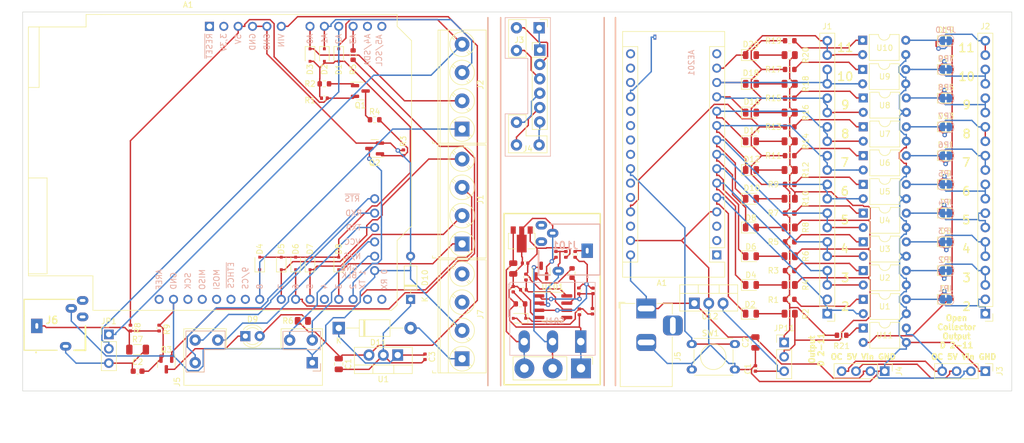
<source format=kicad_pcb>
(kicad_pcb (version 20211014) (generator pcbnew)
  (title_block (title "Combind projects:") (date "2022-04-05") (rev "V0.0.1") (company "El-Tek Trafikteknik I/S") (comment 1 "Energimåling, autoStart og ProgrammablePulsGenerator"))
  (layers (0 "F.Cu" signal) (31 "B.Cu" signal) (34 "B.Paste" user) (35 "F.Paste" user) (36 "B.SilkS" user "B.Silkscreen") (37 "F.SilkS" user "F.Silkscreen") (38 "B.Mask" user) (39 "F.Mask" user) (44 "Edge.Cuts" user))
  (net 0 "")
  (net 3 "+5V")
  (net 4 "GND")
  (net 5 "Net-(A1-Pad6)")
  (net 6 "Net-(A1-Pad7)")
  (net 7 "Net-(A1-Pad8)")
  (net 8 "Net-(A1-Pad9)")
  (net 9 "Net-(A1-Pad10)")
  (net 14 "Net-(A1-Pad15)")
  (net 15 "Net-(A1-Pad16)")
  (net 17 "Net-(A1-Pad18)")
  (net 18 "Net-(A1-Pad19)")
  (net 19 "Net-(A1-Pad20)")
  (net 20 "Net-(A1-Pad21)")
  (net 27 "Net-(A1-Pad30)")
  (net 28 "VCC")
  (net 29 "Net-(A1-Pad32)")
  (net 30 "Net-(A1-Pad33)")
  (net 31 "Net-(A1-Pad34)")
  (net 32 "GND1")
  (net 33 "Net-(C2-Pad1)")
  (net 34 "+24V")
  (net 35 "Net-(D1-Pad1)")
  (net 36 "Net-(D1-Pad2)")
  (net 37 "Net-(D9-Pad1)")
  (net 38 "Net-(D9-Pad2)")
  (net 39 "Net-(D11-Pad2)")
  (net 40 "Net-(J3-Pad2)")
  (net 41 "Net-(J3-Pad4)")
  (net 42 "Net-(J3-Pad5)")
  (net 43 "Net-(J3-Pad6)")
  (net 44 "Net-(J6-Pad1)")
  (net 49 "Net-(Q1-Pad1)")
  (net 50 "Net-(Q1-Pad3)")
  (net 51 "Net-(Q2-Pad1)")
  (net 52 "Net-(Q3-Pad1)")
  (net 53 "Net-(C101-Pad1)")
  (net 54 "Net-(C101-Pad2)")
  (net 55 "Net-(C102-Pad2)")
  (net 56 "Net-(C103-Pad2)")
  (net 57 "VS")
  (net 58 "VSS")
  (net 59 "Net-(J101-Pad1)")
  (net 60 "Net-(J101-Pad2)")
  (net 63 "Net-(J102-Pad2)")
  (net 64 "Net-(Q101-Pad1)")
  (net 65 "Net-(R107-Pad2)")
  (net 66 "Net-(R109-Pad1)")
  (net 67 "GND2")
  (net 68 "GND3")
  (net 69 "VCC1")
  (net 75 "Net-(A201-Pad19)")
  (net 76 "GND4")
  (net 78 "Net-(A201-Pad5)")
  (net 80 "Net-(A201-Pad6)")
  (net 82 "Net-(A201-Pad7)")
  (net 84 "Net-(A201-Pad8)")
  (net 85 "Net-(A201-Pad24)")
  (net 86 "Net-(A201-Pad9)")
  (net 88 "Net-(A201-Pad10)")
  (net 90 "Net-(A201-Pad11)")
  (net 91 "/Arduino_5V")
  (net 92 "Net-(A201-Pad12)")
  (net 94 "Net-(A201-Pad13)")
  (net 95 "Net-(A201-Pad14)")
  (net 96 "Vin")
  (net 99 "Net-(C201-Pad1)")
  (net 100 "Net-(D201-Pad1)")
  (net 101 "Net-(D201-Pad2)")
  (net 102 "Net-(D202-Pad2)")
  (net 103 "Net-(D203-Pad1)")
  (net 104 "Net-(D204-Pad2)")
  (net 105 "Net-(D205-Pad1)")
  (net 106 "Net-(D206-Pad2)")
  (net 107 "Net-(D207-Pad1)")
  (net 108 "Net-(D208-Pad2)")
  (net 109 "Net-(D209-Pad1)")
  (net 110 "Net-(D210-Pad2)")
  (net 111 "Net-(D211-Pad1)")
  (net 112 "Net-(D212-Pad2)")
  (net 113 "Net-(D213-Pad1)")
  (net 114 "Net-(D214-Pad2)")
  (net 115 "Net-(D215-Pad1)")
  (net 116 "Net-(D216-Pad2)")
  (net 117 "Net-(D217-Pad1)")
  (net 118 "Net-(D218-Pad2)")
  (net 119 "Net-(D219-Pad1)")
  (net 120 "Net-(D220-Pad2)")
  (net 121 "Net-(J202-Pad1)")
  (net 122 "Net-(J202-Pad3)")
  (net 123 "Net-(J202-Pad5)")
  (net 124 "Net-(J202-Pad7)")
  (net 125 "Net-(J202-Pad10)")
  (net 126 "Net-(J202-Pad11)")
  (net 127 "Net-(J202-Pad13)")
  (net 128 "Net-(J202-Pad15)")
  (net 129 "Net-(J202-Pad17)")
  (net 130 "Net-(J202-Pad19)")
  (net 131 "Net-(J203-Pad4)")
  (net 133 "Net-(JP211-Pad2)")
  (net 134 "Net-(R201-Pad2)")
  (net 135 "Net-(R203-Pad2)")
  (net 136 "Net-(R205-Pad2)")
  (net 137 "Net-(R207-Pad2)")
  (net 138 "Net-(R209-Pad2)")
  (net 139 "Net-(R211-Pad2)")
  (net 140 "Net-(R213-Pad2)")
  (net 141 "Net-(R215-Pad2)")
  (net 142 "Net-(R217-Pad2)")
  (net 143 "Net-(R219-Pad2)")
  (net 144 "Net-(R221-Pad2)")
  (net 145 "Net-(J203-Pad3)")
  (footprint "Capacitor_SMD:C_0402_1005Metric" (layer "F.Cu") (at 71.12 60.96 -90)
    (fp_text reference "C3")
    (fp_text value "C100nf")
  )
  (footprint "LED_SMD:LED_0805_2012Metric" (layer "F.Cu") (at 128.75 12.7)
    (fp_text reference "D218" hide)
    (fp_text value "LED")
  )
  (footprint "Local_Connectors:TerminalBlock_PT-1,5-4-5.0-H_1x04_P5.00mm_Horizontal-(F.Mount)" (layer "F.Cu") (at 77.685 61.3 90)
    (fp_text reference "J7")
    (fp_text value "Screw_Terminal_01x04")
  )
  (footprint "LED_THT:LED_D3.0mm" (layer "F.Cu") (at 39.37 57.3)
    (fp_text reference "D9")
    (fp_text value "LED_G3")
  )
  (footprint "Resistor_SMD:R_0805_2012Metric" (layer "F.Cu") (at 135.6 17.78 180)
    (fp_text reference "R216" hide)
    (fp_text value "R180")
  )
  (footprint "Connector_PinHeader_2.54mm:PinHeader_1x04_P2.54mm_Vertical" (layer "F.Cu") (at 170.18 63.5 -90)
    (fp_text reference "J203" hide)
    (fp_text value "Conn_4P_Female")
  )
  (footprint "Capacitor_SMD:C_0402_1005Metric" (layer "F.Cu") (at 100.725 52.904 -90)
    (fp_text reference "C102" hide)
    (fp_text value "C100nf")
  )
  (footprint "Resistor_SMD:R_0805_2012Metric" (layer "F.Cu") (at 135.6 12.7 180)
    (fp_text reference "R218" hide)
    (fp_text value "R180")
  )
  (footprint "Resistor_SMD:R_0603_1608Metric" (layer "F.Cu") (at 88 51.604 180)
    (fp_text reference "R106" hide)
    (fp_text value "R680K")
  )
  (footprint "Local_Misckllaneous_Library:DIP-4_W7.62mm_Slim(F.Mount)" (layer "F.Cu") (at 148.6 25.4)
    (fp_text reference "U206" hide)
    (fp_text value "PC817")
  )
  (footprint "Resistor_SMD:R_0402_1005Metric" (layer "F.Cu") (at 98.425 53.004 -90)
    (fp_text reference "R105" hide)
    (fp_text value "R100K")
  )
  (footprint "Local_Connectors:Arduino_USB-Serial_Card_EdgeConn" (layer "F.Cu") (at 34.5 62 90)
    (fp_text reference "J5")
    (fp_text value "Arduino_USB-Serial_Edge_Connector")
  )
  (footprint "Local_Connectors:SolderJumper-2_P1.3mm_Bridged_RoundedPad1.0x1.5mm(B.Mount)" (layer "F.Cu") (at 163.21 15.24)
    (fp_text reference "JP208" hide)
    (fp_text value "SolderJumper")
  )
  (footprint "Resistor_SMD:R_0603_1608Metric" (layer "F.Cu") (at 135.6 5.08)
    (fp_text reference "R219" hide)
    (fp_text value "R390")
  )
  (footprint "Diode_SMD:D_SOD-323F" (layer "F.Cu") (at 87.825 54.154 180)
    (fp_text reference "D101" hide)
    (fp_text value "1N4148WS")
  )
  (footprint "Capacitor_SMD:C_0402_1005Metric" (layer "F.Cu") (at 129.54 63.02 90)
    (fp_text reference "C201" hide)
    (fp_text value "C100nf")
  )
  (footprint "Resistor_SMD:R_0805_2012Metric" (layer "F.Cu") (at 49.53 54.61)
    (fp_text reference "R6")
    (fp_text value "R220")
  )
  (footprint "Resistor_SMD:R_0603_1608Metric" (layer "F.Cu") (at 135.6 25.4)
    (fp_text reference "R211" hide)
    (fp_text value "R390")
  )
  (footprint "Capacitor_SMD:C_0805_2012Metric" (layer "F.Cu") (at 129.54 58.42 -90)
    (fp_text reference "C202" hide)
    (fp_text value "C330nf")
  )
  (footprint "Capacitor_SMD:C_0402_1005Metric" (layer "F.Cu") (at 88.825 44.404)
    (fp_text reference "C104" hide)
    (fp_text value "C100nf")
  )
  (footprint "Local_Misckllaneous_Library:Undefined_Antenna(B.Mount)" (layer "F.Cu") (at 111.76 4.445 -90)
    (fp_text reference "AE201")
    (fp_text value "Antenna")
  )
  (footprint "Local_Misckllaneous_Library:DIP-4_W7.62mm_Slim(F.Mount)" (layer "F.Cu") (at 148.6 45.72)
    (fp_text reference "U202" hide)
    (fp_text value "PC817")
  )
  (footprint "LED_SMD:LED_0805_2012Metric" (layer "F.Cu") (at 128.75 33.02)
    (fp_text reference "D210" hide)
    (fp_text value "LED")
  )
  (footprint "LED_SMD:LED_0805_2012Metric" (layer "F.Cu") (at 128.75 48.26)
    (fp_text reference "D204" hide)
    (fp_text value "LED")
  )
  (footprint "LED_SMD:LED_0805_2012Metric" (layer "F.Cu") (at 128.75 38.1)
    (fp_text reference "D208" hide)
    (fp_text value "LED")
  )
  (footprint "Diode_SMD:D_SOD-323F" (layer "F.Cu") (at 163.21 40.64)
    (fp_text reference "D205" hide)
    (fp_text value "1N4148WS")
  )
  (footprint "Resistor_SMD:R_0805_2012Metric" (layer "F.Cu") (at 135.6 48.26 180)
    (fp_text reference "R204" hide)
    (fp_text value "R180")
  )
  (footprint "Resistor_SMD:R_0402_1005Metric" (layer "F.Cu") (at 67.31 24.89 90)
    (fp_text reference "R3")
    (fp_text value "R39K")
  )
  (footprint "Resistor_SMD:R_0402_1005Metric" (layer "F.Cu") (at 53.34 15.24 180)
    (fp_text reference "R1")
    (fp_text value "R10K")
  )
  (footprint "Resistor_SMD:R_0402_1005Metric" (layer "F.Cu") (at 88.525 49.104 180)
    (fp_text reference "R108" hide)
    (fp_text value "R33K")
  )
  (footprint "Resistor_SMD:R_0402_1005Metric" (layer "F.Cu") (at 88.975 46.854 -90)
    (fp_text reference "R107" hide)
    (fp_text value "R150K")
  )
  (footprint "Package_TO_SOT_SMD:SOT-23" (layer "F.Cu") (at 59.69 13.97)
    (fp_text reference "Q1")
    (fp_text value "S8550_PNP")
  )
  (footprint "Local_Connectors:Arduino_USB-Serial_Card" (layer "F.Cu") (at 91.3 2.8 180)
    (fp_text reference "J4")
    (fp_text value "Arduino_USB-Serial_Card_Connector")
  )
  (footprint "Local_Connectors:SolderJumper-2_P1.3mm_Bridged_RoundedPad1.0x1.5mm(B.Mount)" (layer "F.Cu") (at 163.21 45.72)
    (fp_text reference "JP202" hide)
    (fp_text value "SolderJumper")
  )
  (footprint "Resistor_SMD:R_0402_1005Metric" (layer "F.Cu") (at 97.675 42.854 -90)
    (fp_text reference "R101" hide)
    (fp_text value "R10K")
  )
  (footprint "Resistor_SMD:R_0402_1005Metric" (layer "F.Cu") (at 98.325 49.304 -90)
    (fp_text reference "R104" hide)
    (fp_text value "R330K")
  )
  (footprint "Local_Misckllaneous_Library:DIP-4_W7.62mm_Slim(F.Mount)" (layer "F.Cu") (at 148.6 30.48)
    (fp_text reference "U205" hide)
    (fp_text value "PC817")
  )
  (footprint "Local_Misckllaneous_Library:DIP-4_W7.62mm_Slim(F.Mount)" (layer "F.Cu") (at 148.5 10.16)
    (fp_text reference "U209" hide)
    (fp_text value "PC817")
  )
  (footprint "Diode_SMD:D_SOD-323F" (layer "F.Cu") (at 163.21 25.4)
    (fp_text reference "D211" hide)
    (fp_text value "1N4148WS")
  )
  (footprint "Resistor_SMD:R_0603_1608Metric" (layer "F.Cu") (at 53.34 12.7)
    (fp_text reference "R2")
    (fp_text value "R680K")
  )
  (footprint "Local_Connectors:AUDIO_JACK_ASJ-195-L-HT-(B.Mount)" (layer "F.Cu") (at 102.2 42.2)
    (fp_text reference "J101")
    (fp_text value "AudioJack3_Switch" hide)
  )
  (footprint "Package_TO_SOT_SMD:SOT-23" (layer "F.Cu") (at 62.23 24.13 180)
    (fp_text reference "Q2")
    (fp_text value "S8050_NPN")
  )
  (footprint "Capacitor_SMD:C_0805_2012Metric" (layer "F.Cu") (at 86.725 45.354 -90)
    (fp_text reference "C105" hide)
    (fp_text value "C330nf")
  )
  (footprint "Connector_PinHeader_2.54mm:PinHeader_1x04_P2.54mm_Vertical" (layer "F.Cu") (at 152.4 63.5 -90)
    (fp_text reference "J204" hide)
    (fp_text value "Conn_4P_Female")
  )
  (footprint "Diode_SMD:D_SOD-323F" (layer "F.Cu") (at 163.21 5.08)
    (fp_text reference "D219" hide)
    (fp_text value "1N4148WS")
  )
  (footprint "Diode_SMD:D_SOD-323F" (layer "F.Cu") (at 163.21 30.48)
    (fp_text reference "D209" hide)
    (fp_text value "1N4148WS")
  )
  (footprint "Package_TO_SOT_THT:TO-220-3_Vertical" (layer "F.Cu") (at 118.745 51.5)
    (fp_text reference "U212" hide)
    (fp_text value "L78S05CV")
  )
  (footprint "Connector_PinHeader_2.54mm:PinHeader_1x20_P2.54mm_Vertical" (layer "F.Cu") (at 170.18 53.34 180)
    (fp_text reference "J202" hide)
    (fp_text value "Conn_20P_Female")
  )
  (footprint "Local_Connectors:PinHeader_1x03_P_5mm_Vertical-(F.Mount)" (layer "F.Cu") (at 98.7 63 -90)
    (fp_text reference "J103" hide)
    (fp_text value "Conn_3P")
  )
  (footprint "Diode_SMD:D_SOD-323F" (layer "F.Cu") (at 163.21 10.16)
    (fp_text reference "D217" hide)
    (fp_text value "1N4148WS")
  )
  (footprint "Local_Connectors:TerminalBlock_PT-1,5-4-5.0-H_1x04_P5.00mm_Horizontal-(F.Mount)" (layer "F.Cu") (at 77.685 41 90)
    (fp_text reference "J1")
    (fp_text value "Screw_Terminal_01x04")
  )
  (footprint "Local_Connectors:SolderJumper-2_P1.3mm_Bridged_RoundedPad1.0x1.5mm(B.Mount)" (layer "F.Cu") (at 163.21 25.4)
    (fp_text reference "JP206" hide)
    (fp_text value "SolderJumper")
  )
  (footprint "Local_Connectors:SolderJumper-2_P1.3mm_Bridged_RoundedPad1.0x1.5mm(B.Mount)" (layer "F.Cu") (at 163.21 50.8)
    (fp_text reference "JP201" hide)
    (fp_text value "SolderJumper")
  )
  (footprint "Resistor_SMD:R_0805_2012Metric" (layer "F.Cu") (at 135.6 43.18 180)
    (fp_text reference "Rw" hide)
    (fp_text value "R180")
  )
  (footprint "Local_Misckllaneous_Library:DIP-4_W7.62mm_Slim(F.Mount)" (layer "F.Cu") (at 148.6 55.88)
    (fp_text reference "U211" hide)
    (fp_text value "PC817")
  )
  (footprint "Local_Connectors:SolderJumper-2_P1.3mm_Bridged_RoundedPad1.0x1.5mm(B.Mount)" (layer "F.Cu") (at 163.21 5.08)
    (fp_text reference "JP210" hide)
    (fp_text value "SolderJumper")
  )
  (footprint "Connector_PinHeader_2.54mm:PinHeader_1x20_P2.54mm_Vertical" (layer "F.Cu") (at 142.24 53.34 180)
    (fp_text reference "J201" hide)
    (fp_text value "Conn_20P_Female")
  )
  (footprint "Diode_THT:D_DO-41_SOD81_P12.70mm_Horizontal" (layer "F.Cu") (at 55.88 55.88)
    (fp_text reference "D11")
    (fp_text value "1N4004")
  )
  (footprint "Local_Connectors:SolderJumper-2_P1.3mm_Bridged_RoundedPad1.0x1.5mm(B.Mount)" (layer "F.Cu") (at 163.21 10.16)
    (fp_text reference "JP209" hide)
    (fp_text value "SolderJumper")
  )
  (footprint "Resistor_SMD:R_0603_1608Metric" (layer "F.Cu") (at 135.6 10.16)
    (fp_text reference "R217" hide)
    (fp_text value "R390")
  )
  (footprint "LED_SMD:LED_0805_2012Metric" (layer "F.Cu") (at 128.75 43.18)
    (fp_text reference "D206" hide)
    (fp_text value "LED")
  )
  (footprint "Package_TO_SOT_SMD:SOT-89-3" (layer "F.Cu") (at 88.225 40.204 -90)
    (fp_text reference "U102" hide)
    (fp_text value "78L05")
  )
  (footprint "Local_Misckllaneous_Library:THT_SW_Tactile(F.Mount)" (layer "F.Cu") (at 118.29 58.71)
    (fp_text reference "SW201" hide)
    (fp_text value "THT_SW_4_Tactile")
  )
  (footprint "Resistor_SMD:R_0402_1005Metric" (layer "F.Cu") (at 94.275 42.854 -90)
    (fp_text reference "R103" hide)
    (fp_text value "R10K")
  )
  (footprint "Diode_SMD:D_SOD-323F" (layer "F.Cu") (at 53.34 7.62 -90)
    (fp_text reference "D2")
    (fp_text value "1N4148WS")
  )
  (footprint "Diode_SMD:D_SOD-323F" (layer "F.Cu") (at 55.88 7.62 -90)
    (fp_text reference "D1")
    (fp_text value "1N4148WS")
  )
  (footprint "Diode_SMD:D_SOD-323F" (layer "F.Cu") (at 55.88 44.45 90)
    (fp_text reference "D8")
    (fp_text value "1N4148WS")
  )
  (footprint "Resistor_SMD:R_0805_2012Metric" (layer "F.Cu") (at 135.6 53.34 180)
    (fp_text reference "R½" hide)
    (fp_text value "R180")
  )
  (footprint "Package_TO_SOT_SMD:SOT-23" (layer "F.Cu") (at 91.675 45.804 90)
    (fp_text reference "Q101" hide)
    (fp_text value "S8050_NPN")
  )
  (footprint "Resistor_SMD:R_0402_1005Metric" (layer "F.Cu") (at 19.05 55.88 -90)
    (fp_text reference "R8")
    (fp_text value "R10K")
  )
  (footprint "Resistor_SMD:R_0805_2012Metric" (layer "F.Cu") (at 135.6 7.62 180)
    (fp_text reference "R220" hide)
    (fp_text value "R180")
  )
  (footprint "Local_MCU_Module_Library:Arduino_Ethernet_WithMountingHoles" (layer "F.Cu") (at 33.02 2.54)
    (fp_text reference "A1")
    (fp_text value "Arduino_Ethernet")
  )
  (footprint "Module:Arduino_Nano" (layer "F.Cu") (at 122.71 42.95 180)
    (fp_text reference "A201" hide)
    (fp_text value "Arduino_Nano_v3")
  )
  (footprint "Resistor_SMD:R_0603_1608Metric" (layer "F.Cu") (at 135.6 15.24)
    (fp_text reference "R215" hide)
    (fp_text value "R390")
  )
  (footprint "Connector_PinHeader_2.54mm:PinHeader_1x03_P2.54mm_Vertical" (layer "F.Cu") (at 134.62 58.42)
    (fp_text reference "JP211" hide)
    (fp_text value "Jumper_3_Bridged12")
  )
  (footprint "Local_Connectors:AUDIO_JACK_ASJ-195-L-HT-(F.Mount)" (layer "F.Cu") (at 0.1 55.5)
    (fp_text reference "J6")
    (fp_text value "AudioJack3_Switch" hide)
  )
  (footprint "Diode_THT:D_DO-35_SOD27_P7.62mm_Horizontal" (layer "F.Cu") (at 68.58 50.8 90)
    (fp_text reference "D10")
    (fp_text value "D_Z2V4")
  )
  (footprint "Resistor_SMD:R_0402_1005Metric" (layer "F.Cu") (at 24.13 55.88 90)
    (fp_text reference "R9")
    (fp_text value "R10K")
  )
  (footprint "Resistor_SMD:R_0603_1608Metric" (layer "F.Cu") (at 135.6 50.8)
    (fp_text reference "R201" hide)
    (fp_text value "R390")
  )
  (footprint "Package_TO_SOT_SMD:SOT-23" (layer "F.Cu") (at 25.4 62.23 -90)
    (fp_text reference "Q3")
    (fp_text value "S8050_NPN")
  )
  (footprint "Resistor_SMD:R_0603_1608Metric" (layer "F.Cu") (at 135.6 35.56)
    (fp_text reference "R207" hide)
    (fp_text value "R390")
  )
  (footprint "Capacitor_SMD:C_0805_2012Metric" (layer "F.Cu") (at 55.88 62.23 -90)
    (fp_text reference "C1")
    (fp_text value "C330nf")
  )
  (footprint "Resistor_SMD:R_0805_2012Metric" (layer "F.Cu") (at 135.6 38.1 180)
    (fp_text reference "R208" hide)
    (fp_text value "R180")
  )
  (footprint "Local_Connectors:BarrelJack_Horizontal(F.Mount)" (layer "F.Cu") (at 110.2425 52.42 90)
    (fp_text reference "J205" hide)
    (fp_text value "Barrel_Jack_Switch")
  )
  (footprint "Resistor_SMD:R_0805_2012Metric" (layer "F.Cu") (at 135.6 33.02 180)
    (fp_text reference "R210" hide)
    (fp_text value "R180")
  )
  (footprint "LED_SMD:LED_0805_2012Metric" (layer "F.Cu") (at 128.75 7.62)
    (fp_text reference "D220" hide)
    (fp_text value "LED")
  )
  (footprint "Resistor_SMD:R_1206_3216Metric" (layer "F.Cu") (at 20.32 59.69)
    (fp_text reference "R7")
    (fp_text value "R56")
  )
  (footprint "Diode_SMD:D_SOD-323F" (layer "F.Cu") (at 50.8 7.62 -90)
    (fp_text reference "D3")
    (fp_text value "1N4148WS")
  )
  (footprint "Resistor_SMD:R_0603_1608Metric" (layer "F.Cu") (at 135.6 20.32)
    (fp_text reference "R213" hide)
    (fp_text value "R390")
  )
  (footprint "Resistor_SMD:R_0603_1608Metric" (layer "F.Cu") (at 144.78 57.15)
    (fp_text reference "R221" hide)
    (fp_text value "R390")
  )
  (footprint "Local_Connectors:TerminalBlock_PT-1,5-4-5.0-H_1x04_P5.00mm_Horizontal-(F.Mount)" (layer "F.Cu") (at 77.685 20.7 90)
    (fp_text reference "J2")
    (fp_text value "Screw_Terminal_01x04")
  )
  (footprint "Local_Connectors:SolderJumper-2_P1.3mm_Bridged_RoundedPad1.0x1.5mm(B.Mount)" (layer "F.Cu") (at 163.21 40.64)
    (fp_text reference "JP203" hide)
    (fp_text value "SolderJumper")
  )
  (footprint "Resistor_SMD:R_0603_1608Metric" (layer "F.Cu") (at 97.125 46.154 90)
    (fp_text reference "R109" hide)
    (fp_text value "R180K")
  )
  (footprint "LED_SMD:LED_0805_2012Metric" (layer "F.Cu") (at 128.75 27.94)
    (fp_text reference "D212" hide)
    (fp_text value "LED")
  )
  (footprint "Package_SO:SOIC-8_3.9x4.9mm_P1.27mm" (layer "F.Cu") (at 93.725 52.104)
    (fp_text reference "U101")
    (fp_text value "LM358DR2G")
  )
  (footprint "Local_Misckllaneous_Library:DIP-4_W7.62mm_Slim(F.Mount)" (layer "F.Cu") (at 148.6 35.56)
    (fp_text reference "U204" hide)
    (fp_text value "PC817")
  )
  (footprint "Package_TO_SOT_THT:TO-220-3_Vertical" (layer "F.Cu") (at 66.3 60.65 180)
    (fp_text reference "U1")
    (fp_text value "L78S05CV")
  )
  (footprint "Diode_SMD:D_SOD-323F" (layer "F.Cu") (at 45.72 44.45 90)
    (fp_text reference "D5")
    (fp_text value "1N4148WS")
  )
  (footprint "Resistor_SMD:R_0805_2012Metric" (layer "F.Cu") (at 135.6 27.94 180)
    (fp_text reference "R212" hide)
    (fp_text value "R180")
  )
  (footprint "Local_Connectors:SolderJumper-2_P1.3mm_Bridged_RoundedPad1.0x1.5mm(B.Mount)" (layer "F.Cu") (at 163.21 20.32)
    (fp_text reference "JP207" hide)
    (fp_text value "SolderJumper")
  )
  (footprint "Capacitor_SMD:C_0402_1005Metric" (layer "F.Cu") (at 86.725 49.004 -90)
    (fp_text reference "C103" hide)
    (fp_text value "C100nf")
  )
  (footprint "Diode_SMD:D_SOD-323F" (layer "F.Cu") (at 41.91 44.45 90)
    (fp_text reference "D4")
    (fp_text value "1N4148WS")
  )
  (footprint "LED_SMD:LED_0805_2012Metric" (layer "F.Cu") (at 128.75 17.78)
    (fp_text reference "D216" hide)
    (fp_text value "LED")
  )
  (footprint "Diode_SMD:D_SOD-323F" (layer "F.Cu") (at 163.21 35.56)
    (fp_text reference "D207" hide)
    (fp_text value "1N4148WS")
  )
  (footprint "Capacitor_SMD:C_0402_1005Metric" (layer "F.Cu") (at 100.825 49.304 -90)
    (fp_text reference "C101" hide)
    (fp_text value "C10nf")
  )
  (footprint "Local_Connectors:PinHeader_1x06_P_0,1in_Vertical" (layer "F.Cu") (at 91.415 6.735)
    (fp_text reference "J3")
    (fp_text value "Pin_Header_1x6")
  )
  (footprint "Local_Connectors:SolderJumper-2_P1.3mm_Bridged_RoundedPad1.0x1.5mm(B.Mount)" (layer "F.Cu") (at 163.21 30.48)
    (fp_text reference "JP205" hide)
    (fp_text value "SolderJumper")
  )
  (footprint "Diode_SMD:D_SOD-323F" (layer "F.Cu") (at 163.21 45.72)
    (fp_text reference "D203" hide)
    (fp_text value "1N4148WS")
  )
  (footprint "Local_Misckllaneous_Library:DIP-4_W7.62mm_Slim(F.Mount)" (layer "F.Cu") (at 148.6 15.2)
    (fp_text reference "U208" hide)
    (fp_text value "PC817")
  )
  (footprint "Local_Connectors:SolderJumper-2_P1.3mm_Bridged_RoundedPad1.0x1.5mm(B.Mount)" (layer "F.Cu") (at 163.21 35.56)
    (fp_text reference "JP204" hide)
    (fp_text value "SolderJumper")
  )
  (footprint "Resistor_SMD:R_0603_1608Metric" (layer "F.Cu") (at 62.23 19.05)
    (fp_text reference "R4")
    (fp_text value "R180K")
  )
  (footprint "Resistor_SMD:R_0402_1005Metric" (layer "F.Cu") (at 96.025 42.854 90)
    (fp_text reference "R102" hide)
    (fp_text value "R10K")
  )
  (footprint "Local_Misckllaneous_Library:DIP-4_W7.62mm_Slim(F.Mount)" (layer "F.Cu") (at 148.6 20.3)
    (fp_text reference "U207" hide)
    (fp_text value "PC817")
  )
  (footprint "Resistor_SMD:R_0603_1608Metric" (layer "F.Cu") (at 58.42 7.62 -90)
    (fp_text reference "R5")
    (fp_text value "R180K")
  )
  (footprint "Local_Misckllaneous_Library:DIP-4_W7.62mm_Slim(F.Mount)" (layer "F.Cu") (at 148.6 50.8)
    (fp_text reference "U201" hide)
    (fp_text value "PC817")
  )
  (footprint "Resistor_SMD:R_0603_1608Metric" (layer "F.Cu") (at 135.6 40.64)
    (fp_text reference "R205" hide)
    (fp_text value "R390")
  )
  (footprint "LED_SMD:LED_0805_2012Metric" (layer "F.Cu") (at 128.75 53.34)
    (fp_text reference "D202" hide)
    (fp_text value "LED")
  )
  (footprint "Resistor_SMD:R_0603_1608Metric" (layer "F.Cu") (at 135.6 45.72)
    (fp_text reference "R203" hide)
    (fp_text value "R390")
  )
  (footprint "Diode_SMD:D_SOD-323F" (layer "F.Cu") (at 163.21 15.24)
    (fp_text reference "D215" hide)
    (fp_text value "1N4148WS")
  )
  (footprint "Capacitor_SMD:C_0603_1608Metric" (layer "F.Cu") (at 20.32 63.5)
    (fp_text reference "C2")
    (fp_text value "C10uf")
  )
  (footprint "Local_Misckllaneous_Library:DIP-4_W7.62mm_Slim(F.Mount)" (layer "F.Cu") (at 148.5 5)
    (fp_text reference "U210" hide)
    (fp_text value "PC817")
  )
  (footprint "Resistor_SMD:R_0603_1608Metric" (layer "F.Cu") (at 135.6 30.48)
    (fp_text reference "R209" hide)
    (fp_text value "R390")
  )
  (footprint "Local_Misckllaneous_Library:DIP-4_W7.62mm_Slim(F.Mount)" (layer "F.Cu") (at 148.6 40.64)
    (fp_text reference "U203" hide)
    (fp_text value "PC817")
  )
  (footprint "Resistor_SMD:R_0805_2012Metric" (layer "F.Cu") (at 135.6 22.86 180)
    (fp_text reference "R214" hide)
    (fp_text value "R180")
  )
  (footprint "Diode_SMD:D_SOD-323F" (layer "F.Cu") (at 163.21 50.8)
    (fp_text reference "D201" hide)
    (fp_text value "1N4148WS")
  )
  (footprint "Connector_PinHeader_2.54mm:PinHeader_1x03_P2.54mm_Vertical" (layer "F.Cu") (at 15.24 57)
    (fp_text reference "JP1")
    (fp_text value "Jumper_3_Bridged12")
  )
  (footprint "Local_Connectors:Phoenix_TERM_BLOCK_3POS_45DEG_5MM_PCB-(B.Mount)" (layer "F.Cu") (at 98.6637 58.2673 180)
    (fp_text reference "J102")
    (fp_text value "Screw_Terminal_01x03")
  )
  (footprint "LED_SMD:LED_0805_2012Metric" (layer "F.Cu") (at 128.75 22.86)
    (fp_text reference "D214" hide)
    (fp_text value "LED")
  )
  (footprint "Diode_SMD:D_SOD-323F" (layer "F.Cu") (at 50.8 44.45 90)
    (fp_text reference "D7")
    (fp_text value "1N4148WS")
  )
  (footprint "Diode_SMD:D_SOD-323F" (layer "F.Cu") (at 48.26 44.45 90)
    (fp_text reference "D6")
    (fp_text value "1N4148WS")
  )
  (footprint "Diode_SMD:D_SOD-323F" (layer "F.Cu") (at 163.21 20.32)
    (fp_text reference "D213" hide)
    (fp_text value "1N4148WS")
  )
  (gr_line (start 82.25 1) (end 82.25 66.04) (layer "B.SilkS") (width 0.25))
  (gr_line (start 102.8 1) (end 102.8 66.04) (layer "B.SilkS") (width 0.25))
  (gr_line (start 104.799915 0.999999) (end 104.799915 66.039999) (layer "B.SilkS") (width 0.25))
  (gr_line (start 84.5 1) (end 84.5 66.04) (layer "B.SilkS") (width 0.25))
  (gr_line (start 82.25 1) (end 82.25 66.04) (layer "F.SilkS") (width 0.25))
  (gr_line (start 84.5 1) (end 84.5 66.04) (layer "F.SilkS") (width 0.25))
  (gr_rect (start 85.1 35.63) (end 102.1 65.9) (layer "F.SilkS") (width 0.25) (fill none))
  (gr_line (start 104.8 0.98) (end 104.8 66.02) (layer "F.SilkS") (width 0.25))
  (gr_line (start 102.8 0.98) (end 102.8 66.02) (layer "F.SilkS") (width 0.25))
  (gr_rect (start 0 0) (end 174.86 67) (layer "Edge.Cuts") (width 0.1) (fill none))
  (gr_rect (start 0 0) (end 0 0) (layer "Edge.Cuts") (width 0.1) (fill none))
  (gr_rect (start 139.7 76.2) (end 139.7 76.2) (layer "Edge.Cuts") (width 0.1) (fill none))
  (gr_text "9" (at 145.414999 16.432589) (layer "F.SilkS") (effects (font (size 1.5 1.5) (thickness 0.25))))
  (gr_text "OC 5V Vin GND" (at 148.59 60.96) (layer "F.SilkS") (effects (font (size 1 1) (thickness 0.25))))
  (gr_text "2" (at 166.878 52.07) (layer "F.SilkS") (effects (font (size 1.5 1.5) (thickness 0.25))))
  (gr_text "Open\nCollector\nOutput\nD 2-11" (at 165.1 56.515) (layer "F.SilkS") (effects (font (size 1 1) (thickness 0.25))))
  (gr_text "4" (at 166.805394 41.851041) (layer "F.SilkS") (effects (font (size 1.5 1.5) (thickness 0.25))))
  (gr_text "7" (at 166.805394 26.603834) (layer "F.SilkS") (effects (font (size 1.5 1.5) (thickness 0.25))))
  (gr_text "5" (at 145.342394 36.768639) (layer "F.SilkS") (effects (font (size 1.5 1.5) (thickness 0.25))))
  (gr_text "8" (at 145.414999 21.551294) (layer "F.SilkS") (effects (font (size 1.5 1.5) (thickness 0.25))))
  (gr_text "6" (at 145.342394 31.686237) (layer "F.SilkS") (effects (font (size 1.5 1.5) (thickness 0.25))))
  (gr_text "7" (at 145.342394 26.603834) (layer "F.SilkS") (effects (font (size 1.5 1.5) (thickness 0.25))))
  (gr_text "OC 5V Vin GND" (at 166.37 60.96) (layer "F.SilkS") (effects (font (size 1 1) (thickness 0.25))))
  (gr_text "5" (at 166.805394 36.768639) (layer "F.SilkS") (effects (font (size 1.5 1.5) (thickness 0.25))))
  (gr_text "10" (at 145.414999 11.422793) (layer "F.SilkS") (effects (font (size 1.5 1.5) (thickness 0.25))))
  (gr_text "2" (at 145.415 52.07) (layer "F.SilkS") (effects (font (size 1.5 1.5) (thickness 0.25))))
  (gr_text "6" (at 166.805394 31.686237) (layer "F.SilkS") (effects (font (size 1.5 1.5) (thickness 0.25))))
  (gr_text "8" (at 166.877999 21.551294) (layer "F.SilkS") (effects (font (size 1.5 1.5) (thickness 0.25))))
  (gr_text "3" (at 145.415 46.99) (layer "F.SilkS") (effects (font (size 1.5 1.5) (thickness 0.25))))
  (gr_text "11" (at 166.853107 6.336096) (layer "F.SilkS") (effects (font (size 1.5 1.5) (thickness 0.25))))
  (gr_text "3" (at 166.878 46.99) (layer "F.SilkS") (effects (font (size 1.5 1.5) (thickness 0.25))))
  (gr_text "10" (at 166.878 11.43) (layer "F.SilkS") (effects (font (size 1.5 1.5) (thickness 0.25))))
  (gr_text "4" (at 145.342394 41.851041) (layer "F.SilkS") (effects (font (size 1.5 1.5) (thickness 0.25))))
  (gr_text "9" (at 166.877999 16.432589) (layer "F.SilkS") (effects (font (size 1.5 1.5) (thickness 0.25))))
  (gr_text "Output\nD 2-11" (at 140.335 59.69 90) (layer "F.SilkS") (effects (font (size 1 1) (thickness 0.25))))
  (gr_text "11" (at 145.414999 6.304088) (layer "F.SilkS") (effects (font (size 1.5 1.5) (thickness 0.25))))
  (segment (start 38.1 2.54) (end 38.1 3.7153) (width 0.25) (layer "F.Cu") (net 3))
  (segment (start 53.85 15.24) (end 58.4325 15.24) (width 0.25) (layer "F.Cu") (net 3))
  (segment (start 19.05 22.7653) (end 38.1 3.7153) (width 0.25) (layer "F.Cu") (net 3))
  (segment (start 53.85 15.3534) (end 53.85 15.24) (width 0.25) (layer "F.Cu") (net 3))
  (segment (start 44.45 7.9174) (end 52.4809 15.9483) (width 0.25) (layer "F.Cu") (net 3))
  (segment (start 53.2551 15.9483) (end 53.85 15.3534) (width 0.25) (layer "F.Cu") (net 3))
  (segment (start 19.05 55.37) (end 19.05 22.7653) (width 0.25) (layer "F.Cu") (net 3))
  (segment (start 44.45 2.0702) (end 44.45 7.9174) (width 0.25) (layer "F.Cu") (net 3))
  (segment (start 58.4325 15.24) (end 58.7525 14.92) (width 0.25) (layer "F.Cu") (net 3))
  (segment (start 39.2753 2.1727) (end 40.0965 1.3515) (width 0.25) (layer "F.Cu") (net 3))
  (segment (start 52.4809 15.9483) (end 53.2551 15.9483) (width 0.25) (layer "F.Cu") (net 3))
  (segment (start 39.2753 2.54) (end 39.2753 2.1727) (width 0.25) (layer "F.Cu") (net 3))
  (segment (start 38.1 2.54) (end 39.2753 2.54) (width 0.25) (layer "F.Cu") (net 3))
  (segment (start 40.0965 1.3515) (end 43.7313 1.3515) (width 0.25) (layer "F.Cu") (net 3))
  (segment (start 43.7313 1.3515) (end 44.45 2.0702) (width 0.25) (layer "F.Cu") (net 3))
  (segment (start 21.095 63.5) (end 22.2425 63.5) (width 0.25) (layer "F.Cu") (net 4))
  (segment (start 65.0238 23.18) (end 63.1675 23.18) (width 0.25) (layer "F.Cu") (net 4))
  (segment (start 63.1675 23.18) (end 58.9607 23.18) (width 0.25) (layer "F.Cu") (net 4))
  (segment (start 43.18 2.54) (end 41.8153 2.54) (width 0.25) (layer "F.Cu") (net 4))
  (segment (start 24.2306 55.37) (end 26.67 52.9306) (width 0.25) (layer "F.Cu") (net 4))
  (segment (start 22.2425 63.5) (end 24.45 61.2925) (width 0.25) (layer "F.Cu") (net 4))
  (segment (start 58.9607 23.18) (end 43.18 7.3993) (width 0.25) (layer "F.Cu") (net 4))
  (segment (start 43.18 7.3993) (end 43.18 2.54) (width 0.25) (layer "F.Cu") (net 4))
  (segment (start 66.327 24.4832) (end 65.0238 23.18) (width 0.25) (layer "F.Cu") (net 4))
  (segment (start 67.2068 24.4832) (end 66.327 24.4832) (width 0.25) (layer "F.Cu") (net 4))
  (segment (start 24.2306 55.37) (end 24.13 55.37) (width 0.25) (layer "F.Cu") (net 4))
  (segment (start 24.45 61.2925) (end 24.8326 60.9099) (width 0.25) (layer "F.Cu") (net 4))
  (segment (start 40.64 2.54) (end 41.8153 2.54) (width 0.25) (layer "F.Cu") (net 4))
  (segment (start 67.31 24.38) (end 67.2068 24.4832) (width 0.25) (layer "F.Cu") (net 4))
  (segment (start 24.8326 55.972) (end 24.2306 55.37) (width 0.25) (layer "F.Cu") (net 4))
  (segment (start 26.67 52.9306) (end 26.67 50.8) (width 0.25) (layer "F.Cu") (net 4))
  (segment (start 24.8326 60.9099) (end 24.8326 55.972) (width 0.25) (layer "F.Cu") (net 4))
  (via (at 66.327 24.4832) (size 0.8) (drill 0.4) (layers "F.Cu" "B.Cu") (net 4))
  (segment (start 14.773 60.81) (end 8.6 54.637) (width 0.25) (layer "B.Cu") (net 4))
  (segment (start 56.9055 54.0455) (end 59.69 51.261) (width 0.25) (layer "B.Cu") (net 4))
  (segment (start 68.58 45.72) (end 68.58 47.195) (width 0.25) (layer "B.Cu") (net 4))
  (segment (start 68.58 43.18) (end 68.58 26.7362) (width 0.25) (layer "B.Cu") (net 4))
  (segment (start 51.2 62) (end 51.2 60.6247) (width 0.25) (layer "B.Cu") (net 4))
  (segment (start 59.69 49.4353) (end 62.23 46.8953) (width 0.25) (layer "B.Cu") (net 4))
  (segment (start 26.67 60.81) (end 14.773 60.81) (width 0.25) (layer "B.Cu") (net 4))
  (segment (start 51.2 60.6247) (end 53.5814 58.2433) (width 0.25) (layer "B.Cu") (net 4))
  (segment (start 32.1947 59.5165) (end 31.923 59.7882) (width 0.25) (layer "B.Cu") (net 4))
  (segment (start 68.58 47.195) (end 77.685 56.3) (width 0.25) (layer "B.Cu") (net 4))
  (segment (start 54.9318 54.0455) (end 56.9055 54.0455) (width 0.25) (layer "B.Cu") (net 4))
  (segment (start 59.69 51.261) (end 59.69 49.4353) (width 0.25) (layer "B.Cu") (net 4))
  (segment (start 53.5814 55.3959) (end 54.9318 54.0455) (width 0.25) (layer "B.Cu") (net 4))
  (segment (start 26.67 50.8) (end 26.67 60.81) (width 0.25) (layer "B.Cu") (net 4))
  (segment (start 68.58 45.72) (end 63.4053 45.72) (width 0.25) (layer "B.Cu") (net 4))
  (segment (start 68.58 26.7362) (end 66.327 24.4832) (width 0.25) (layer "B.Cu") (net 4))
  (segment (start 31.923 62.5633) (end 31.0841 63.4022) (width 0.25) (layer "B.Cu") (net 4))
  (segment (start 62.23 45.72) (end 63.4053 45.72) (width 0.25) (layer "B.Cu") (net 4))
  (segment (start 29.2622 63.4022) (end 26.67 60.81) (width 0.25) (layer "B.Cu") (net 4))
  (segment (start 31.923 59.7882) (end 31.923 62.5633) (width 0.25) (layer "B.Cu") (net 4))
  (segment (start 8.6 54.637) (end 8.6 52.4) (width 0.25) (layer "B.Cu") (net 4))
  (segment (start 53.5814 58.2433) (end 53.5814 55.3959) (width 0.25) (layer "B.Cu") (net 4))
  (segment (start 50.0918 59.5165) (end 32.1947 59.5165) (width 0.25) (layer "B.Cu") (net 4))
  (segment (start 62.23 45.72) (end 62.23 46.8953) (width 0.25) (layer "B.Cu") (net 4))
  (segment (start 31.0841 63.4022) (end 29.2622 63.4022) (width 0.25) (layer "B.Cu") (net 4))
  (segment (start 68.58 45.72) (end 68.58 43.18) (width 0.25) (layer "B.Cu") (net 4))
  (segment (start 51.2 60.6247) (end 50.0918 59.5165) (width 0.25) (layer "B.Cu") (net 4))
  (segment (start 75.2307 0.8309) (end 48.6044 0.8309) (width 0.25) (layer "F.Cu") (net 5))
  (segment (start 56.1556 61.0044) (end 55.88 61.28) (width 0.25) (layer "F.Cu") (net 5))
  (segment (start 56.51 60.65) (end 56.1556 61.0044) (width 0.25) (layer "F.Cu") (net 5))
  (segment (start 61.22 60.65) (end 56.51 60.65) (width 0.25) (layer "F.Cu") (net 5))
  (segment (start 45.72 2.54) (end 46.8953 2.54) (width 0.25) (layer "F.Cu") (net 5))
  (segment (start 80.3795 50.9872) (end 80.3795 5.9797) (width 0.25) (layer "F.Cu") (net 5))
  (segment (start 50.5178 56.5103) (end 48.6175 54.61) (width 0.25) (layer "F.Cu") (net 5))
  (segment (start 51.6615 56.5103) (end 50.5178 56.5103) (width 0.25) (layer "F.Cu") (net 5))
  (segment (start 72.4461 58.9206) (end 80.3795 50.9872) (width 0.25) (layer "F.Cu") (net 5))
  (segment (start 80.3795 5.9797) (end 75.2307 0.8309) (width 0.25) (layer "F.Cu") (net 5))
  (segment (start 61.22 60.65) (end 62.9494 58.9206) (width 0.25) (layer "F.Cu") (net 5))
  (segment (start 48.6044 0.8309) (end 46.8953 2.54) (width 0.25) (layer "F.Cu") (net 5))
  (segment (start 62.9494 58.9206) (end 72.4461 58.9206) (width 0.25) (layer "F.Cu") (net 5))
  (segment (start 56.1556 61.0044) (end 51.6615 56.5103) (width 0.25) (layer "F.Cu") (net 5))
  (segment (start 59.4236 7.6202) (end 52.5255 7.6202) (width 0.25) (layer "F.Cu") (net 6))
  (segment (start 50.8 6.52) (end 50.8 2.54) (width 0.25) (layer "F.Cu") (net 6))
  (segment (start 67.5034 15.7) (end 59.4236 7.6202) (width 0.25) (layer "F.Cu") (net 6))
  (segment (start 77.685 15.7) (end 67.5034 15.7) (width 0.25) (layer "F.Cu") (net 6))
  (segment (start 50.8 6.52) (end 51.4253 6.52) (width 0.25) (layer "F.Cu") (net 6))
  (segment (start 52.5255 7.6202) (end 51.4253 6.52) (width 0.25) (layer "F.Cu") (net 6))
  (segment (start 53.34 2.54) (end 53.34 6.52) (width 0.25) (layer "F.Cu") (net 7))
  (segment (start 79.3864 8.9986) (end 79.3864 5.0123) (width 0.25) (layer "B.Cu") (net 7))
  (segment (start 54.5153 2.1747) (end 54.5153 2.54) (width 0.25) (layer "B.Cu") (net 7))
  (segment (start 79.3864 5.0123) (end 75.7241 1.35) (width 0.25) (layer "B.Cu") (net 7))
  (segment (start 53.34 2.54) (end 54.5153 2.54) (width 0.25) (layer "B.Cu") (net 7))
  (segment (start 75.7241 1.35) (end 55.34 1.35) (width 0.25) (layer "B.Cu") (net 7))
  (segment (start 55.34 1.35) (end 54.5153 2.1747) (width 0.25) (layer "B.Cu") (net 7))
  (segment (start 77.685 10.7) (end 79.3864 8.9986) (width 0.25) (layer "B.Cu") (net 7))
  (segment (start 55.88 14.1233) (end 55.88 2.54) (width 0.25) (layer "B.Cu") (net 8))
  (segment (start 14.0146 55.9887) (end 55.88 14.1233) (width 0.25) (layer "B.Cu") (net 8))
  (segment (start 15.24 59.54) (end 15.24 58.3147) (width 0.25) (layer "B.Cu") (net 8))
  (segment (start 14.321 58.3147) (end 14.0146 58.0083) (width 0.25) (layer "B.Cu") (net 8))
  (segment (start 14.0146 58.0083) (end 14.0146 55.9887) (width 0.25) (layer "B.Cu") (net 8))
  (segment (start 15.24 58.3147) (end 14.321 58.3147) (width 0.25) (layer "B.Cu") (net 8))
  (segment (start 58.42 6.795) (end 58.42 2.54) (width 0.25) (layer "F.Cu") (net 9))
  (segment (start 61.2925 25.9472) (end 61.2925 24.13) (width 0.25) (layer "F.Cu") (net 14))
  (via (at 61.2925 25.9472) (size 0.8) (drill 0.4) (layers "F.Cu" "B.Cu") (net 14))
  (segment (start 58.42 50.8) (end 58.42 47.8516) (width 0.25) (layer "B.Cu") (net 14))
  (segment (start 61.8216 44.45) (end 62.7125 44.45) (width 0.25) (layer "B.Cu") (net 14))
  (segment (start 63.429 43.7335) (end 63.429 28.0837) (width 0.25) (layer "B.Cu") (net 14))
  (segment (start 58.42 47.8516) (end 61.8216 44.45) (width 0.25) (layer "B.Cu") (net 14))
  (segment (start 63.429 28.0837) (end 61.2925 25.9472) (width 0.25) (layer "B.Cu") (net 14))
  (segment (start 62.7125 44.45) (end 63.429 43.7335) (width 0.25) (layer "B.Cu") (net 14))
  (segment (start 77.685 41) (end 76.0097 41) (width 0.25) (layer "F.Cu") (net 15))
  (segment (start 57.664 44.505) (end 72.5047 44.505) (width 0.25) (layer "F.Cu") (net 15))
  (segment (start 55.88 45.55) (end 56.619 45.55) (width 0.25) (layer "F.Cu") (net 15))
  (segment (start 55.88 50.8) (end 55.88 45.55) (width 0.25) (layer "F.Cu") (net 15))
  (segment (start 56.619 45.55) (end 57.664 44.505) (width 0.25) (layer "F.Cu") (net 15))
  (segment (start 72.5047 44.505) (end 76.0097 41) (width 0.25) (layer "F.Cu") (net 15))
  (segment (start 50.8 50.8) (end 50.8 45.55) (width 0.25) (layer "F.Cu") (net 17))
  (segment (start 52.0506 44.9247) (end 56.228 44.9247) (width 0.25) (layer "F.Cu") (net 17))
  (segment (start 61.8281 39.3246) (end 74.3604 39.3246) (width 0.25) (layer "F.Cu") (net 17))
  (segment (start 74.3604 39.3246) (end 77.685 36) (width 0.25) (layer "F.Cu") (net 17))
  (segment (start 56.228 44.9247) (end 61.8281 39.3246) (width 0.25) (layer "F.Cu") (net 17))
  (segment (start 51.4253 45.55) (end 52.0506 44.9247) (width 0.25) (layer "F.Cu") (net 17))
  (segment (start 50.8 45.55) (end 51.4253 45.55) (width 0.25) (layer "F.Cu") (net 17))
  (segment (start 76.8905 43.4169) (end 71.183 49.1244) (width 0.25) (layer "F.Cu") (net 18))
  (segment (start 79.3789 42.5038) (end 78.4658 43.4169) (width 0.25) (layer "F.Cu") (net 18))
  (segment (start 60.8796 49.1244) (end 59.69 50.314) (width 0.25) (layer "F.Cu") (net 18))
  (segment (start 50.2515 51.9835) (end 49.4353 51.1673) (width 0.25) (layer "F.Cu") (net 18))
  (segment (start 59.69 51.2006) (end 58.9071 51.9835) (width 0.25) (layer "F.Cu") (net 18))
  (segment (start 48.26 45.55) (end 48.26 50.8) (width 0.25) (layer "F.Cu") (net 18))
  (segment (start 71.183 49.1244) (end 60.8796 49.1244) (width 0.25) (layer "F.Cu") (net 18))
  (segment (start 77.685 31) (end 79.3789 32.6939) (width 0.25) (layer "F.Cu") (net 18))
  (segment (start 58.9071 51.9835) (end 50.2515 51.9835) (width 0.25) (layer "F.Cu") (net 18))
  (segment (start 48.26 50.8) (end 49.4353 50.8) (width 0.25) (layer "F.Cu") (net 18))
  (segment (start 79.3789 32.6939) (end 79.3789 42.5038) (width 0.25) (layer "F.Cu") (net 18))
  (segment (start 59.69 50.314) (end 59.69 51.2006) (width 0.25) (layer "F.Cu") (net 18))
  (segment (start 49.4353 51.1673) (end 49.4353 50.8) (width 0.25) (layer "F.Cu") (net 18))
  (segment (start 78.4658 43.4169) (end 76.8905 43.4169) (width 0.25) (layer "F.Cu") (net 18))
  (segment (start 45.72 50.8) (end 45.72 45.55) (width 0.25) (layer "F.Cu") (net 19))
  (segment (start 45.72 45.55) (end 46.3453 45.55) (width 0.25) (layer "F.Cu") (net 19))
  (segment (start 47.7608 44.1345) (end 56.1294 44.1345) (width 0.25) (layer "F.Cu") (net 19))
  (segment (start 56.1294 44.1345) (end 60.8278 39.4361) (width 0.25) (layer "F.Cu") (net 19))
  (segment (start 60.8278 39.4361) (end 60.8278 37.7657) (width 0.25) (layer "F.Cu") (net 19))
  (segment (start 46.3453 45.55) (end 47.7608 44.1345) (width 0.25) (layer "F.Cu") (net 19))
  (segment (start 63.558 35.8985) (end 63.558 34.232) (width 0.25) (layer "F.Cu") (net 19))
  (segment (start 61.8581 36.7354) (end 62.7211 36.7354) (width 0.25) (layer "F.Cu") (net 19))
  (segment (start 62.7211 36.7354) (end 63.558 35.8985) (width 0.25) (layer "F.Cu") (net 19))
  (segment (start 63.558 34.232) (end 71.79 26) (width 0.25) (layer "F.Cu") (net 19))
  (segment (start 60.8278 37.7657) (end 61.8581 36.7354) (width 0.25) (layer "F.Cu") (net 19))
  (segment (start 71.79 26) (end 77.685 26) (width 0.25) (layer "F.Cu") (net 19))
  (segment (start 41.91 50.8) (end 41.91 45.55) (width 0.25) (layer "F.Cu") (net 20))
  (segment (start 41.91 44.2083) (end 65.4183 20.7) (width 0.25) (layer "B.Cu") (net 20))
  (segment (start 65.4183 20.7) (end 77.685 20.7) (width 0.25) (layer "B.Cu") (net 20))
  (segment (start 41.91 50.8) (end 41.91 44.2083) (width 0.25) (layer "B.Cu") (net 20))
  (segment (start 62.23 43.18) (end 61.0547 43.18) (width 0.25) (layer "B.Cu") (net 27))
  (segment (start 54.61 51.2561) (end 51.2 54.6661) (width 0.25) (layer "B.Cu") (net 27))
  (segment (start 51.2 54.6661) (end 51.2 58) (width 0.25) (layer "B.Cu") (net 27))
  (segment (start 61.0547 43.18) (end 54.61 49.6247) (width 0.25) (layer "B.Cu") (net 27))
  (segment (start 54.61 49.6247) (end 54.61 51.2561) (width 0.25) (layer "B.Cu") (net 27))
  (segment (start 47.2 58) (end 47.2 56.6247) (width 0.25) (layer "B.Cu") (net 28))
  (segment (start 62.23 40.64) (end 61.0547 40.64) (width 0.25) (layer "B.Cu") (net 28))
  (segment (start 52.07 51.7547) (end 47.2 56.6247) (width 0.25) (layer "B.Cu") (net 28))
  (segment (start 52.07 49.6247) (end 52.07 51.7547) (width 0.25) (layer "B.Cu") (net 28))
  (segment (start 61.0547 40.64) (end 52.07 49.6247) (width 0.25) (layer "B.Cu") (net 28))
  (segment (start 38.8777 54.9976) (end 35.8753 58) (width 0.25) (layer "B.Cu") (net 29))
  (segment (start 62.23 38.1) (end 59.2907 38.1) (width 0.25) (layer "B.Cu") (net 29))
  (segment (start 46.99 50.4007) (end 46.99 51.2085) (width 0.25) (layer "B.Cu") (net 29))
  (segment (start 34.5 58) (end 35.8753 58) (width 0.25) (layer "B.Cu") (net 29))
  (segment (start 43.2009 54.9976) (end 38.8777 54.9976) (width 0.25) (layer "B.Cu") (net 29))
  (segment (start 59.2907 38.1) (end 46.99 50.4007) (width 0.25) (layer "B.Cu") (net 29))
  (segment (start 46.99 51.2085) (end 43.2009 54.9976) (width 0.25) (layer "B.Cu") (net 29))
  (segment (start 31.8753 58) (end 36.4051 53.4702) (width 0.25) (layer "B.Cu") (net 30))
  (segment (start 43.8588 50.9974) (end 59.2962 35.56) (width 0.25) (layer "B.Cu") (net 30))
  (segment (start 43.8588 51.2661) (end 43.8588 50.9974) (width 0.25) (layer "B.Cu") (net 30))
  (segment (start 41.6547 53.4702) (end 43.8588 51.2661) (width 0.25) (layer "B.Cu") (net 30))
  (segment (start 59.2962 35.56) (end 61.0547 35.56) (width 0.25) (layer "B.Cu") (net 30))
  (segment (start 62.23 35.56) (end 61.0547 35.56) (width 0.25) (layer "B.Cu") (net 30))
  (segment (start 30.5 58) (end 31.8753 58) (width 0.25) (layer "B.Cu") (net 30))
  (segment (start 36.4051 53.4702) (end 41.6547 53.4702) (width 0.25) (layer "B.Cu") (net 30))
  (segment (start 34.2289 52.2956) (end 42.1216 52.2956) (width 0.25) (layer "B.Cu") (net 31))
  (segment (start 42.1216 52.2956) (end 43.3584 51.0588) (width 0.25) (layer "B.Cu") (net 31))
  (segment (start 43.3584 51.0588) (end 43.3584 50.7163) (width 0.25) (layer "B.Cu") (net 31))
  (segment (start 29.1057 57.4188) (end 34.2289 52.2956) (width 0.25) (layer "B.Cu") (net 31))
  (segment (start 29.1057 59.2304) (end 29.1057 57.4188) (width 0.25) (layer "B.Cu") (net 31))
  (segment (start 30.5 60.6247) (end 29.1057 59.2304) (width 0.25) (layer "B.Cu") (net 31))
  (segment (start 30.5 62) (end 30.5 60.6247) (width 0.25) (layer "B.Cu") (net 31))
  (segment (start 62.23 33.02) (end 61.0547 33.02) (width 0.25) (layer "B.Cu") (net 31))
  (segment (start 43.3584 50.7163) (end 61.0547 33.02) (width 0.25) (layer "B.Cu") (net 31))
  (segment (start 63.76 60.65) (end 65.1354 62.0254) (width 0.25) (layer "F.Cu") (net 32))
  (segment (start 63.76 60.65) (end 61.23 63.18) (width 0.25) (layer "F.Cu") (net 32))
  (segment (start 65.1354 62.0254) (end 70.5346 62.0254) (width 0.25) (layer "F.Cu") (net 32))
  (segment (start 70.5346 62.0254) (end 71.12 61.44) (width 0.25) (layer "F.Cu") (net 32))
  (segment (start 61.23 63.18) (end 55.88 63.18) (width 0.25) (layer "F.Cu") (net 32))
  (segment (start 63.76 56.7953) (end 68.58 51.9753) (width 0.25) (layer "B.Cu") (net 32))
  (segment (start 68.58 50.8) (end 68.58 51.9753) (width 0.25) (layer "B.Cu") (net 32))
  (segment (start 63.76 60.65) (end 63.76 56.7953) (width 0.25) (layer "B.Cu") (net 32))
  (segment (start 19.3925 63.3475) (end 19.545 63.5) (width 0.25) (layer "F.Cu") (net 33))
  (segment (start 19.3925 62.08) (end 21.7825 59.69) (width 0.25) (layer "F.Cu") (net 33))
  (segment (start 15.24 62.08) (end 19.3925 62.08) (width 0.25) (layer "F.Cu") (net 33))
  (segment (start 19.3925 62.08) (end 19.3925 63.3475) (width 0.25) (layer "F.Cu") (net 33))
  (segment (start 9.4427 62.08) (end 7.6 60.2373) (width 0.25) (layer "B.Cu") (net 33))
  (segment (start 7.6 59.1) (end 7.6 60.2373) (width 0.25) (layer "B.Cu") (net 33))
  (segment (start 15.24 62.08) (end 9.4427 62.08) (width 0.25) (layer "B.Cu") (net 33))
  (segment (start 66.3 60.65) (end 70.95 60.65) (width 0.25) (layer "F.Cu") (net 34))
  (segment (start 70.95 60.65) (end 71.12 60.48) (width 0.25) (layer "F.Cu") (net 34))
  (segment (start 55.88 55.88) (end 55.88 57.3553) (width 0.25) (layer "B.Cu") (net 34))
  (segment (start 66.3 60.65) (end 64.8919 62.0581) (width 0.25) (layer "B.Cu") (net 34))
  (segment (start 60.5828 62.0581) (end 55.88 57.3553) (width 0.25) (layer "B.Cu") (net 34))
  (segment (start 64.8919 62.0581) (end 60.5828 62.0581) (width 0.25) (layer "B.Cu") (net 34))
  (segment (start 57.15 2.1314) (end 57.15 4.6247) (width 0.25) (layer "F.Cu") (net 35))
  (segment (start 77.685 5.7) (end 73.3163 1.3313) (width 0.25) (layer "F.Cu") (net 35))
  (segment (start 57.9501 1.3313) (end 57.15 2.1314) (width 0.25) (layer "F.Cu") (net 35))
  (segment (start 57.15 4.6247) (end 55.88 5.8947) (width 0.25) (layer "F.Cu") (net 35))
  (segment (start 55.88 6.52) (end 55.88 5.8947) (width 0.25) (layer "F.Cu") (net 35))
  (segment (start 73.3163 1.3313) (end 57.9501 1.3313) (width 0.25) (layer "F.Cu") (net 35))
  (segment (start 16.4653 57) (end 16.4653 56.7703) (width 0.25) (layer "B.Cu") (net 35))
  (segment (start 16.4653 56.7703) (end 62.0579 11.1777) (width 0.25) (layer "B.Cu") (net 35))
  (segment (start 62.0579 11.1777) (end 72.2073 11.1777) (width 0.25) (layer "B.Cu") (net 35))
  (segment (start 15.24 57) (end 16.4653 57) (width 0.25) (layer "B.Cu") (net 35))
  (segment (start 72.2073 11.1777) (end 77.685 5.7) (width 0.25) (layer "B.Cu") (net 35))
  (segment (start 68.5385 20.3304) (end 68.5385 28.382) (width 0.25) (layer "F.Cu") (net 36))
  (segment (start 55.5674 8.72) (end 55.88 8.72) (width 0.25) (layer "F.Cu") (net 36))
  (segment (start 56.5053 8.72) (end 56.9281 8.72) (width 0.25) (layer "F.Cu") (net 36))
  (segment (start 52.515 11.8251) (end 52.515 12.7) (width 0.25) (layer "F.Cu") (net 36))
  (segment (start 52.5389 11.8012) (end 52.515 11.8251) (width 0.25) (layer "F.Cu") (net 36))
  (segment (start 48.26 43.35) (end 46.3453 43.35) (width 0.25) (layer "F.Cu") (net 36))
  (segment (start 52.539 9.8336) (end 52.5389 9.8337) (width 0.25) (layer "F.Cu") (net 36))
  (segment (start 45.72 43.35) (end 46.3453 43.35) (width 0.25) (layer "F.Cu") (net 36))
  (segment (start 53.34 8.72) (end 53.34 9.0326) (width 0.25) (layer "F.Cu") (net 36))
  (segment (start 55.5674 8.72) (end 55.2547 8.72) (width 0.25) (layer "F.Cu") (net 36))
  (segment (start 50.8 43.35) (end 55.2547 43.35) (width 0.25) (layer "F.Cu") (net 36))
  (segment (start 51.4253 8.72) (end 52.539 9.8336) (width 0.25) (layer "F.Cu") (net 36))
  (segment (start 50.8 8.72) (end 51.4253 8.72) (width 0.25) (layer "F.Cu") (net 36))
  (segment (start 55.88 43.35) (end 55.2547 43.35) (width 0.25) (layer "F.Cu") (net 36))
  (segment (start 52.539 9.8336) (end 53.34 9.0326) (width 0.25) (layer "F.Cu") (net 36))
  (segment (start 52.515 12.7) (end 52.515 14.925) (width 0.25) (layer "F.Cu") (net 36))
  (segment (start 48.26 43.35) (end 50.8 43.35) (width 0.25) (layer "F.Cu") (net 36))
  (segment (start 52.5389 9.8337) (end 52.5389 11.8012) (width 0.25) (layer "F.Cu") (net 36))
  (segment (start 52.515 14.925) (end 52.83 15.24) (width 0.25) (layer "F.Cu") (net 36))
  (segment (start 62.6305 34.29) (end 61.7781 34.29) (width 0.25) (layer "F.Cu") (net 36))
  (segment (start 53.34 9.0326) (end 54.9421 9.0326) (width 0.25) (layer "F.Cu") (net 36))
  (segment (start 55.88 8.72) (end 56.5053 8.72) (width 0.25) (layer "F.Cu") (net 36))
  (segment (start 68.5385 28.382) (end 62.6305 34.29) (width 0.25) (layer "F.Cu") (net 36))
  (segment (start 55.88 40.1881) (end 55.88 43.35) (width 0.25) (layer "F.Cu") (net 36))
  (segment (start 41.91 43.35) (end 45.72 43.35) (width 0.25) (layer "F.Cu") (net 36))
  (segment (start 54.9421 9.0326) (end 55.2547 8.72) (width 0.25) (layer "F.Cu") (net 36))
  (segment (start 61.7781 34.29) (end 55.88 40.1881) (width 0.25) (layer "F.Cu") (net 36))
  (segment (start 56.9281 8.72) (end 68.5385 20.3304) (width 0.25) (layer "F.Cu") (net 36))
  (segment (start 35.8701 59.5246) (end 38.0947 57.3) (width 0.25) (layer "F.Cu") (net 37))
  (segment (start 30.4877 59.5246) (end 35.8701 59.5246) (width 0.25) (layer "F.Cu") (net 37))
  (segment (start 26.8448 63.1675) (end 30.4877 59.5246) (width 0.25) (layer "F.Cu") (net 37))
  (segment (start 25.4 63.1675) (end 26.8448 63.1675) (width 0.25) (layer "F.Cu") (net 37))
  (segment (start 39.37 57.3) (end 38.0947 57.3) (width 0.25) (layer "F.Cu") (net 37))
  (segment (start 45.6768 53.5332) (end 41.91 57.3) (width 0.25) (layer "F.Cu") (net 38))
  (segment (start 50.4425 54.61) (end 49.3657 53.5332) (width 0.25) (layer "F.Cu") (net 38))
  (segment (start 49.3657 53.5332) (end 45.6768 53.5332) (width 0.25) (layer "F.Cu") (net 38))
  (segment (start 75.4753 61.3) (end 77.685 61.3) (width 0.25) (layer "B.Cu") (net 39))
  (segment (start 68.58 55.88) (end 70.0553 55.88) (width 0.25) (layer "B.Cu") (net 39))
  (segment (start 70.0553 55.88) (end 75.4753 61.3) (width 0.25) (layer "B.Cu") (net 39))
  (segment (start 87.3 2.8) (end 88.6753 2.8) (width 0.25) (layer "F.Cu") (net 40))
  (segment (start 91.2349 5.3596) (end 88.6753 2.8) (width 0.25) (layer "F.Cu") (net 40))
  (segment (start 91.415 9.275) (end 92.7904 7.8996) (width 0.25) (layer "F.Cu") (net 40))
  (segment (start 92.7904 5.5159) (end 92.6341 5.3596) (width 0.25) (layer "F.Cu") (net 40))
  (segment (start 92.7904 7.8996) (end 92.7904 5.5159) (width 0.25) (layer "F.Cu") (net 40))
  (segment (start 92.6341 5.3596) (end 91.2349 5.3596) (width 0.25) (layer "F.Cu") (net 40))
  (segment (start 89.9639 15.8061) (end 89.9639 18.2114) (width 0.25) (layer "B.Cu") (net 41))
  (segment (start 87.3 19.5) (end 88.6753 19.5) (width 0.25) (layer "B.Cu") (net 41))
  (segment (start 91.415 14.355) (end 89.9639 15.8061) (width 0.25) (layer "B.Cu") (net 41))
  (segment (start 89.9639 18.2114) (end 88.6753 19.5) (width 0.25) (layer "B.Cu") (net 41))
  (segment (start 87.3 23.5) (end 87.3 22.1247) (width 0.25) (layer "F.Cu") (net 42))
  (segment (start 91.415 16.895) (end 89.39 18.92) (width 0.25) (layer "F.Cu") (net 42))
  (segment (start 89.39 18.92) (end 89.39 20.0347) (width 0.25) (layer "F.Cu") (net 42))
  (segment (start 89.39 20.0347) (end 87.3 22.1247) (width 0.25) (layer "F.Cu") (net 42))
  (segment (start 91.3 20.9253) (end 91.3 23.5) (width 0.25) (layer "B.Cu") (net 43))
  (segment (start 91.415 19.435) (end 91.415 20.8103) (width 0.25) (layer "B.Cu") (net 43))
  (segment (start 91.415 20.8103) (end 91.3 20.9253) (width 0.25) (layer "B.Cu") (net 43))
  (segment (start 18.8575 56.5825) (end 18.0497 55.7747) (width 0.25) (layer "F.Cu") (net 44))
  (segment (start 18.8575 56.5825) (end 19.05 56.39) (width 0.25) (layer "F.Cu") (net 44))
  (segment (start 18.8575 59.69) (end 18.8575 56.5825) (width 0.25) (layer "F.Cu") (net 44))
  (segment (start 19.05 56.39) (end 24.13 56.39) (width 0.25) (layer "F.Cu") (net 44))
  (segment (start 2.5 55.5) (end 3.8913 55.5) (width 0.25) (layer "F.Cu") (net 44))
  (segment (start 18.0497 55.7747) (end 4.166 55.7747) (width 0.25) (layer "F.Cu") (net 44))
  (segment (start 4.166 55.7747) (end 3.8913 55.5) (width 0.25) (layer "F.Cu") (net 44))
  (segment (start 54.165 12.7) (end 58.4325 12.7) (width 0.25) (layer "F.Cu") (net 49))
  (segment (start 58.4325 12.7) (end 58.7525 13.02) (width 0.25) (layer "F.Cu") (net 49))
  (segment (start 61.405 19.05) (end 60.6275 18.2725) (width 0.25) (layer "F.Cu") (net 50))
  (segment (start 60.6275 18.2725) (end 60.6275 13.97) (width 0.25) (layer "F.Cu") (net 50))
  (segment (start 63.1675 25.08) (end 63.4875 25.4) (width 0.25) (layer "F.Cu") (net 51))
  (segment (start 67.31 25.4) (end 67.4257 25.4) (width 0.25) (layer "F.Cu") (net 51))
  (segment (start 68.0381 24.7876) (end 68.0381 24.0331) (width 0.25) (layer "F.Cu") (net 51))
  (segment (start 68.0381 24.0331) (end 63.055 19.05) (width 0.25) (layer "F.Cu") (net 51))
  (segment (start 63.4875 25.4) (end 67.31 25.4) (width 0.25) (layer "F.Cu") (net 51))
  (segment (start 67.4257 25.4) (end 68.0381 24.7876) (width 0.25) (layer "F.Cu") (net 51))
  (segment (start 79.8792 25.7784) (end 77.8682 23.7674) (width 0.25) (layer "F.Cu") (net 52))
  (segment (start 67.6246 49.6247) (end 71.3903 49.6247) (width 0.25) (layer "F.Cu") (net 52))
  (segment (start 77.8682 23.7674) (end 73.7424 23.7674) (width 0.25) (layer "F.Cu") (net 52))
  (segment (start 34.023 52.4905) (end 64.7588 52.4905) (width 0.25) (layer "F.Cu") (net 52))
  (segment (start 26.35 61.2925) (end 26.35 60.1635) (width 0.25) (layer "F.Cu") (net 52))
  (segment (start 79.8792 42.7112) (end 79.8792 25.7784) (width 0.25) (layer "F.Cu") (net 52))
  (segment (start 73.7424 23.7674) (end 58.42 8.445) (width 0.25) (layer "F.Cu") (net 52))
  (segment (start 64.7588 52.4905) (end 67.6246 49.6247) (width 0.25) (layer "F.Cu") (net 52))
  (segment (start 71.3903 49.6247) (end 77.0675 43.9475) (width 0.25) (layer "F.Cu") (net 52))
  (segment (start 77.0675 43.9475) (end 78.6429 43.9475) (width 0.25) (layer "F.Cu") (net 52))
  (segment (start 78.6429 43.9475) (end 79.8792 42.7112) (width 0.25) (layer "F.Cu") (net 52))
  (segment (start 26.35 60.1635) (end 34.023 52.4905) (width 0.25) (layer "F.Cu") (net 52))
  (segment (start 99.6704 48.1182) (end 99.0008 48.1182) (width 0.25) (layer "F.Cu") (net 53))
  (segment (start 99.7586 48.1182) (end 99.6704 48.1182) (width 0.25) (layer "F.Cu") (net 53))
  (segment (start 99.0008 48.1182) (end 98.325 48.794) (width 0.25) (layer "F.Cu") (net 53))
  (segment (start 98.406479 44.095479) (end 97.675 43.364) (width 0.25) (layer "F.Cu") (net 53))
  (segment (start 99.804521 48.072279) (end 99.804521 44.651006) (width 0.25) (layer "F.Cu") (net 53))
  (segment (start 99.248994 44.095479) (end 98.406479 44.095479) (width 0.25) (layer "F.Cu") (net 53))
  (segment (start 100.4644 48.824) (end 99.7586 48.1182) (width 0.25) (layer "F.Cu") (net 53))
  (segment (start 91.25 52.739) (end 94.5285 52.739) (width 0.25) (layer "F.Cu") (net 53))
  (segment (start 99.7586 48.1182) (end 99.804521 48.072279) (width 0.25) (layer "F.Cu") (net 53))
  (segment (start 100.825 48.824) (end 100.4644 48.824) (width 0.25) (layer "F.Cu") (net 53))
  (segment (start 99.804521 44.651006) (end 99.248994 44.095479) (width 0.25) (layer "F.Cu") (net 53))
  (via (at 99.6704 48.1182) (size 0.8) (drill 0.4) (layers "F.Cu" "B.Cu") (net 53))
  (via (at 94.5285 52.739) (size 0.8) (drill 0.4) (layers "F.Cu" "B.Cu") (net 53))
  (segment (start 94.5285 52.739) (end 97.5312 52.739) (width 0.25) (layer "B.Cu") (net 53))
  (segment (start 99.6704 50.5998) (end 99.6704 48.1182) (width 0.25) (layer "B.Cu") (net 53))
  (segment (start 97.5312 52.739) (end 99.6704 50.5998) (width 0.25) (layer "B.Cu") (net 53))
  (segment (start 91.25 50.199) (end 91.7966 50.7456) (width 0.25) (layer "F.Cu") (net 54))
  (segment (start 98.429 49.814) (end 98.325 49.814) (width 0.25) (layer "F.Cu") (net 54))
  (segment (start 100.7852 49.8238) (end 100.725 49.8238) (width 0.25) (layer "F.Cu") (net 54))
  (segment (start 100.825 49.784) (end 100.7852 49.8238) (width 0.25) (layer "F.Cu") (net 54))
  (segment (start 98.4388 50.7349) (end 98.4388 49.8238) (width 0.25) (layer "F.Cu") (net 54))
  (segment (start 100.725 49.8238) (end 98.4388 49.8238) (width 0.25) (layer "F.Cu") (net 54))
  (segment (start 98.4388 49.8238) (end 98.429 49.814) (width 0.25) (layer "F.Cu") (net 54))
  (segment (start 100.725 49.8238) (end 100.725 52.424) (width 0.25) (layer "F.Cu") (net 54))
  (segment (start 91.7966 50.7456) (end 93.4143 50.7456) (width 0.25) (layer "F.Cu") (net 54))
  (via (at 93.4143 50.7456) (size 0.8) (drill 0.4) (layers "F.Cu" "B.Cu") (net 54))
  (via (at 98.4388 50.7349) (size 0.8) (drill 0.4) (layers "F.Cu" "B.Cu") (net 54))
  (segment (start 93.4143 50.7456) (end 98.4281 50.7456) (width 0.25) (layer "B.Cu") (net 54))
  (segment (start 98.4281 50.7456) (end 98.4388 50.7349) (width 0.25) (layer "B.Cu") (net 54))
  (segment (start 88.3946 55.1983) (end 96.7713 55.1983) (width 0.25) (layer "F.Cu") (net 55))
  (segment (start 97.702 54.2676) (end 97.702 53.1914) (width 0.25) (layer "F.Cu") (net 55))
  (segment (start 97.702 53.1914) (end 98.3994 52.494) (width 0.25) (layer "F.Cu") (net 55))
  (segment (start 99.9066 53.384) (end 100.725 53.384) (width 0.25) (layer "F.Cu") (net 55))
  (segment (start 96.7713 55.1983) (end 97.702 54.2676) (width 0.25) (layer "F.Cu") (net 55))
  (segment (start 99.0166 52.494) (end 99.9066 53.384) (width 0.25) (layer "F.Cu") (net 55))
  (segment (start 98.3994 52.494) (end 98.425 52.494) (width 0.25) (layer "F.Cu") (net 55))
  (segment (start 86.725 54.154) (end 87.3503 54.154) (width 0.25) (layer "F.Cu") (net 55))
  (segment (start 87.3503 54.154) (end 88.3946 55.1983) (width 0.25) (layer "F.Cu") (net 55))
  (segment (start 98.425 52.494) (end 99.0166 52.494) (width 0.25) (layer "F.Cu") (net 55))
  (segment (start 90.094 54.6977) (end 89.5503 54.154) (width 0.25) (layer "F.Cu") (net 56))
  (segment (start 88.825 53.4287) (end 88.925 53.5287) (width 0.25) (layer "F.Cu") (net 56))
  (segment (start 96.2 54.009) (end 95.5113 54.6977) (width 0.25) (layer "F.Cu") (net 56))
  (segment (start 88.825 51.604) (end 88.825 53.4287) (width 0.25) (layer "F.Cu") (net 56))
  (segment (start 95.5113 54.6977) (end 90.094 54.6977) (width 0.25) (layer "F.Cu") (net 56))
  (segment (start 88.825 51.584) (end 88.825 51.604) (width 0.25) (layer "F.Cu") (net 56))
  (segment (start 88.925 54.154) (end 89.5503 54.154) (width 0.25) (layer "F.Cu") (net 56))
  (segment (start 86.725 49.484) (end 88.825 51.584) (width 0.25) (layer "F.Cu") (net 56))
  (segment (start 88.925 54.154) (end 88.925 53.5287) (width 0.25) (layer "F.Cu") (net 56))
  (segment (start 90.9332 42.7758) (end 89.305 44.404) (width 0.25) (layer "F.Cu") (net 57))
  (segment (start 89.305 45.0091) (end 89.2763 45.0378) (width 0.25) (layer "F.Cu") (net 57))
  (segment (start 96.1214 43.364) (end 96.7422 42.7432) (width 0.25) (layer "F.Cu") (net 57))
  (segment (start 89.0163 46.3027) (end 88.975 46.344) (width 0.25) (layer "F.Cu") (net 57))
  (segment (start 91.4026 48.9717) (end 94.9727 48.9717) (width 0.25) (layer "F.Cu") (net 57))
  (segment (start 89.2763 45.0378) (end 89.2763 46.0427) (width 0.25) (layer "F.Cu") (net 57))
  (segment (start 89.725 40.5498) (end 89.725 38.554) (width 0.25) (layer "F.Cu") (net 57))
  (segment (start 89.753 47.3221) (end 91.4026 48.9717) (width 0.25) (layer "F.Cu") (net 57))
  (segment (start 89.2763 46.0427) (end 89.0163 46.3027) (width 0.25) (layer "F.Cu") (net 57))
  (segment (start 90.9332 41.758) (end 90.9332 42.7758) (width 0.25) (layer "F.Cu") (net 57))
  (segment (start 96.7422 42.7432) (end 96.7422 42.015) (width 0.25) (layer "F.Cu") (net 57))
  (segment (start 96.7422 42.015) (end 96.4134 41.6862) (width 0.25) (layer "F.Cu") (net 57))
  (segment (start 89.305 44.404) (end 89.305 45.0091) (width 0.25) (layer "F.Cu") (net 57))
  (segment (start 90.9332 41.758) (end 89.725 40.5498) (width 0.25) (layer "F.Cu") (net 57))
  (segment (start 92.623 41.6862) (end 92.5512 41.758) (width 0.25) (layer "F.Cu") (net 57))
  (segment (start 89.0163 46.3027) (end 89.753 47.0395) (width 0.25) (layer "F.Cu") (net 57))
  (segment (start 96.4134 41.6862) (end 92.623 41.6862) (width 0.25) (layer "F.Cu") (net 57))
  (segment (start 94.9727 48.9717) (end 96.2 50.199) (width 0.25) (layer "F.Cu") (net 57))
  (segment (start 92.5512 41.758) (end 90.9332 41.758) (width 0.25) (layer "F.Cu") (net 57))
  (segment (start 96.025 43.364) (end 96.1214 43.364) (width 0.25) (layer "F.Cu") (net 57))
  (segment (start 89.753 47.0395) (end 89.753 47.3221) (width 0.25) (layer "F.Cu") (net 57))
  (segment (start 86.725 38.554) (end 86.725 44.404) (width 0.25) (layer "F.Cu") (net 58))
  (segment (start 85.5123 56.4812) (end 85.5123 45.6167) (width 0.25) (layer "F.Cu") (net 58))
  (segment (start 85.5123 45.6167) (end 86.725 44.404) (width 0.25) (layer "F.Cu") (net 58))
  (segment (start 87.2984 58.2673) (end 85.5123 56.4812) (width 0.25) (layer "F.Cu") (net 58))
  (segment (start 88.6637 58.2673) (end 87.2984 58.2673) (width 0.25) (layer "F.Cu") (net 58))
  (segment (start 88.6637 60.6226) (end 88.7 60.6589) (width 0.25) (layer "B.Cu") (net 58))
  (segment (start 88.7 60.6589) (end 88.7 63) (width 0.25) (layer "B.Cu") (net 58))
  (segment (start 88.6637 58.2673) (end 88.6637 60.6226) (width 0.25) (layer "B.Cu") (net 58))
  (segment (start 97.819 42.2) (end 97.675 42.344) (width 0.25) (layer "F.Cu") (net 59))
  (segment (start 99.8 42.2) (end 97.819 42.2) (width 0.25) (layer "F.Cu") (net 59))
  (segment (start 94.9812 42.344) (end 94.275 42.344) (width 0.25) (layer "F.Cu") (net 60))
  (segment (start 91.5447 51.7637) (end 92.881 51.7637) (width 0.25) (layer "F.Cu") (net 60))
  (segment (start 94.7 45.8) (end 94.7 44.6627) (width 0.25) (layer "F.Cu") (net 60))
  (segment (start 96.025 42.344) (end 94.9812 42.344) (width 0.25) (layer "F.Cu") (net 60))
  (segment (start 94.7 44.6627) (end 94.9812 44.3815) (width 0.25) (layer "F.Cu") (net 60))
  (segment (start 91.25 51.469) (end 91.5447 51.7637) (width 0.25) (layer "F.Cu") (net 60))
  (segment (start 94.9812 44.3815) (end 94.9812 42.344) (width 0.25) (layer "F.Cu") (net 60))
  (via (at 92.881 51.7637) (size 0.8) (drill 0.4) (layers "F.Cu" "B.Cu") (net 60))
  (segment (start 94.7 45.8) (end 94.7 46.9373) (width 0.25) (layer "B.Cu") (net 60))
  (segment (start 92.6131 49.0242) (end 92.6131 51.4958) (width 0.25) (layer "B.Cu") (net 60))
  (segment (start 92.6131 51.4958) (end 92.881 51.7637) (width 0.25) (layer "B.Cu") (net 60))
  (segment (start 94.7 46.9373) (end 92.6131 49.0242) (width 0.25) (layer "B.Cu") (net 60))
  (segment (start 90.3879 45.1484) (end 91.3931 45.1484) (width 0.25) (layer "F.Cu") (net 63))
  (segment (start 93.7 60.6589) (end 93.7 63) (width 0.25) (layer "F.Cu") (net 63))
  (segment (start 93.6637 58.2673) (end 93.6637 60.6226) (width 0.25) (layer "F.Cu") (net 63))
  (segment (start 93.6637 60.6226) (end 93.7 60.6589) (width 0.25) (layer "F.Cu") (net 63))
  (segment (start 91.3931 45.1484) (end 91.675 44.8665) (width 0.25) (layer "F.Cu") (net 63))
  (via (at 90.3879 45.1484) (size 0.8) (drill 0.4) (layers "F.Cu" "B.Cu") (net 63))
  (segment (start 90.3879 56.3568) (end 90.3879 45.1484) (width 0.25) (layer "B.Cu") (net 63))
  (segment (start 93.6637 58.2673) (end 92.2984 58.2673) (width 0.25) (layer "B.Cu") (net 63))
  (segment (start 92.2984 58.2673) (end 90.3879 56.3568) (width 0.25) (layer "B.Cu") (net 63))
  (segment (start 91.8547 47.8712) (end 90.725 46.7415) (width 0.25) (layer "F.Cu") (net 64))
  (segment (start 97.125 45.329) (end 94.5828 47.8712) (width 0.25) (layer "F.Cu") (net 64))
  (segment (start 94.5828 47.8712) (end 91.8547 47.8712) (width 0.25) (layer "F.Cu") (net 64))
  (segment (start 93.2372 49.472) (end 89.403 49.472) (width 0.25) (layer "F.Cu") (net 65))
  (segment (start 96.2 52.739) (end 95.7168 52.739) (width 0.25) (layer "F.Cu") (net 65))
  (segment (start 89.035 47.424) (end 88.975 47.364) (width 0.25) (layer "F.Cu") (net 65))
  (segment (start 95.7168 52.739) (end 94.1896 51.2118) (width 0.25) (layer "F.Cu") (net 65))
  (segment (start 89.035 49.104) (end 89.035 47.424) (width 0.25) (layer "F.Cu") (net 65))
  (segment (start 89.403 49.472) (end 89.035 49.104) (width 0.25) (layer "F.Cu") (net 65))
  (segment (start 94.1896 50.4244) (end 93.2372 49.472) (width 0.25) (layer "F.Cu") (net 65))
  (segment (start 94.1896 51.2118) (end 94.1896 50.4244) (width 0.25) (layer "F.Cu") (net 65))
  (segment (start 96.7074 51.469) (end 97.6063 50.5701) (width 0.25) (layer "F.Cu") (net 66))
  (segment (start 97.6063 50.5701) (end 97.6063 47.4603) (width 0.25) (layer "F.Cu") (net 66))
  (segment (start 96.2 51.469) (end 96.7074 51.469) (width 0.25) (layer "F.Cu") (net 66))
  (segment (start 97.6063 47.4603) (end 97.125 46.979) (width 0.25) (layer "F.Cu") (net 66))
  (segment (start 98.6637 55.912) (end 98.425 55.6733) (width 0.25) (layer "F.Cu") (net 67))
  (segment (start 86.0259 49.1242) (end 86.6261 48.524) (width 0.25) (layer "F.Cu") (net 67))
  (segment (start 86.0996 54.565) (end 87.2333 55.6987) (width 0.25) (layer "F.Cu") (net 67))
  (segment (start 88.345 44.684) (end 88.345 44.404) (width 0.25) (layer "F.Cu") (net 67))
  (segment (start 88.015 49.1942) (end 89.7837 50.9629) (width 0.25) (layer "F.Cu") (net 67))
  (segment (start 90.1372 36.5028) (end 88.225 38.415) (width 0.25) (layer "F.Cu") (net 67))
  (segment (start 93.548 44.091) (end 94.275 43.364) (width 0.25) (layer "F.Cu") (net 67))
  (segment (start 93.7 39.1) (end 93.7 37.7547) (width 0.25) (layer "F.Cu") (net 67))
  (segment (start 92.625 45.014) (end 93.548 44.091) (width 0.25) (layer "F.Cu") (net 67))
  (segment (start 87.435 48.524) (end 88.015 49.104) (width 0.25) (layer "F.Cu") (net 67))
  (segment (start 98.6637 58.2673) (end 98.6637 55.912) (width 0.25) (layer "F.Cu") (net 67))
  (segment (start 92.4481 36.5028) (end 90.1372 36.5028) (width 0.25) (layer "F.Cu") (net 67))
  (segment (start 88.225 43.244) (end 88.345 43.364) (width 0.25) (layer "F.Cu") (net 67))
  (segment (start 88.225 38.415) (end 88.225 38.6415) (width 0.25) (layer "F.Cu") (net 67))
  (segment (start 88.345 43.364) (end 88.345 44.404) (width 0.25) (layer "F.Cu") (net 67))
  (segment (start 98.425 55.6733) (end 98.425 53.514) (width 0.25) (layer "F.Cu") (net 67))
  (segment (start 89.7837 53.0879) (end 90.7048 54.009) (width 0.25) (layer "F.Cu") (net 67))
  (segment (start 90.7048 54.009) (end 91.25 54.009) (width 0.25) (layer "F.Cu") (net 67))
  (segment (start 86.0259 50.4549) (end 86.0259 49.1242) (width 0.25) (layer "F.Cu") (net 67))
  (segment (start 93.7 37.7547) (end 92.4481 36.5028) (width 0.25) (layer "F.Cu") (net 67))
  (segment (start 86.6261 48.524) (end 86.725 48.524) (width 0.25) (layer "F.Cu") (net 67))
  (segment (start 87.175 51.604) (end 86.0259 50.4549) (width 0.25) (layer "F.Cu") (net 67))
  (segment (start 98.3996 55.6987) (end 98.425 55.6733) (width 0.25) (layer "F.Cu") (net 67))
  (segment (start 87.175 51.604) (end 86.0996 52.6794) (width 0.25) (layer "F.Cu") (net 67))
  (segment (start 87.2333 55.6987) (end 98.3996 55.6987) (width 0.25) (layer "F.Cu") (net 67))
  (segment (start 92.625 46.7415) (end 92.625 45.014) (width 0.25) (layer "F.Cu") (net 67))
  (segment (start 88.225 38.6415) (end 88.225 43.244) (width 0.25) (layer "F.Cu") (net 67))
  (segment (start 86.0996 52.6794) (end 86.0996 54.565) (width 0.25) (layer "F.Cu") (net 67))
  (segment (start 86.725 46.304) (end 88.345 44.684) (width 0.25) (layer "F.Cu") (net 67))
  (segment (start 86.725 48.524) (end 87.435 48.524) (width 0.25) (layer "F.Cu") (net 67))
  (segment (start 86.725 48.524) (end 86.725 46.304) (width 0.25) (layer "F.Cu") (net 67))
  (segment (start 88.015 49.104) (end 88.015 49.1942) (width 0.25) (layer "F.Cu") (net 67))
  (segment (start 89.7837 50.9629) (end 89.7837 53.0879) (width 0.25) (layer "F.Cu") (net 67))
  (via (at 93.548 44.091) (size 0.8) (drill 0.4) (layers "F.Cu" "B.Cu") (net 67))
  (segment (start 93.7 43.939) (end 93.548 44.091) (width 0.25) (layer "B.Cu") (net 67))
  (segment (start 98.6637 58.2673) (end 98.6637 60.6226) (width 0.25) (layer "B.Cu") (net 67))
  (segment (start 98.7 60.6589) (end 98.7 63) (width 0.25) (layer "B.Cu") (net 67))
  (segment (start 93.7 39.1) (end 93.7 43.939) (width 0.25) (layer "B.Cu") (net 67))
  (segment (start 98.6637 60.6226) (end 98.7 60.6589) (width 0.25) (layer "B.Cu") (net 67))
  (segment (start 91.415 5.3597) (end 91.3 5.2447) (width 0.25) (layer "B.Cu") (net 68))
  (segment (start 91.415 6.735) (end 91.415 5.3597) (width 0.25) (layer "B.Cu") (net 68))
  (segment (start 91.3 5.2447) (end 91.3 2.8) (width 0.25) (layer "B.Cu") (net 68))
  (segment (start 88.6831 6.8) (end 87.3 6.8) (width 0.25) (layer "F.Cu") (net 69))
  (segment (start 89.8852 8.0021) (end 88.6831 6.8) (width 0.25) (layer "F.Cu") (net 69))
  (segment (start 89.8852 10.2852) (end 89.8852 8.0021) (width 0.25) (layer "F.Cu") (net 69))
  (segment (start 91.415 11.815) (end 89.8852 10.2852) (width 0.25) (layer "F.Cu") (net 69))
  (segment (start 107.8374 13.8347) (end 111.1347 10.5374) (width 0.25) (layer "B.Cu") (net 75))
  (segment (start 107.47 15.01) (end 107.47 13.8347) (width 0.25) (layer "B.Cu") (net 75))
  (segment (start 111.76 4.445) (end 111.1347 4.445) (width 0.25) (layer "B.Cu") (net 75))
  (segment (start 107.47 13.8347) (end 107.8374 13.8347) (width 0.25) (layer "B.Cu") (net 75))
  (segment (start 111.1347 10.5374) (end 111.1347 4.445) (width 0.25) (layer "B.Cu") (net 75))
  (segment (start 156.22 26.7647) (end 155.8527 26.7647) (width 0.25) (layer "F.Cu") (net 76))
  (segment (start 156.22 58.42) (end 164.3342 58.42) (width 0.25) (layer "F.Cu") (net 76))
  (segment (start 122.71 35.33) (end 121.5347 35.33) (width 0.25) (layer "F.Cu") (net 76))
  (segment (start 151.1747 63.9595) (end 149.8111 65.3231) (width 0.25) (layer "F.Cu") (net 76))
  (segment (start 121.285 51.5) (end 121.285 45.2403) (width 0.25) (layer "F.Cu") (net 76))
  (segment (start 121.5347 35.33) (end 116.4547 40.41) (width 0.25) (layer "F.Cu") (net 76))
  (segment (start 125.91 63.21) (end 127.1853 63.21) (width 0.25) (layer "F.Cu") (net 76))
  (segment (start 155.0085 25.9205) (end 155.0085 24.8615) (width 0.25) (layer "F.Cu") (net 76))
  (segment (start 168.9547 63.0405) (end 168.9547 63.5) (width 0.25) (layer "F.Cu") (net 76))
  (segment (start 155.8547 24.0153) (end 156.22 24.0153) (width 0.25) (layer "F.Cu") (net 76))
  (segment (start 155.0085 24.8615) (end 155.8547 24.0153) (width 0.25) (layer "F.Cu") (net 76))
  (segment (start 170.18 63.5) (end 168.9547 63.5) (width 0.25) (layer "F.Cu") (net 76))
  (segment (start 156.22 22.84) (end 156.22 24.0153) (width 0.25) (layer "F.Cu") (net 76))
  (segment (start 128.8499 63.21) (end 128.8499 63.0957) (width 0.25) (layer "F.Cu") (net 76))
  (segment (start 128.8499 63.9095) (end 128.8499 63.21) (width 0.25) (layer "F.Cu") (net 76))
  (segment (start 155.8527 26.7647) (end 155.0085 25.9205) (width 0.25) (layer "F.Cu") (net 76))
  (segment (start 121.285 45.2403) (end 116.4547 40.41) (width 0.25) (layer "F.Cu") (net 76))
  (segment (start 151.1747 63.5) (end 151.1747 63.9595) (width 0.25) (layer "F.Cu") (net 76))
  (segment (start 129.4056 62.54) (end 129.54 62.54) (width 0.25) (layer "F.Cu") (net 76))
  (segment (start 164.3342 58.42) (end 168.9547 63.0405) (width 0.25) (layer "F.Cu") (net 76))
  (segment (start 152.4 63.5) (end 151.1747 63.5) (width 0.25) (layer "F.Cu") (net 76))
  (segment (start 130.2635 65.3231) (end 128.8499 63.9095) (width 0.25) (layer "F.Cu") (net 76))
  (segment (start 156.22 27.94) (end 156.22 26.7647) (width 0.25) (layer "F.Cu") (net 76))
  (segment (start 116.4547 40.41) (end 107.47 40.41) (width 0.25) (layer "F.Cu") (net 76))
  (segment (start 128.8499 63.0957) (end 129.4056 62.54) (width 0.25) (layer "F.Cu") (net 76))
  (segment (start 127.1853 63.21) (end 128.8499 63.21) (width 0.25) (layer "F.Cu") (net 76))
  (segment (start 129.54 59.37) (end 129.54 62.54) (width 0.25) (layer "F.Cu") (net 76))
  (segment (start 149.8111 65.3231) (end 130.2635 65.3231) (width 0.25) (layer "F.Cu") (net 76))
  (segment (start 121.5624 58.8623) (end 121.285 58.585) (width 0.25) (layer "B.Cu") (net 76))
  (segment (start 155.6323 43.18) (end 155.026 43.7863) (width 0.25) (layer "B.Cu") (net 76))
  (segment (start 155.7547 11.5247) (end 156.12 11.5247) (width 0.25) (layer "B.Cu") (net 76))
  (segment (start 121.5624 58.8623) (end 118.29 62.1347) (width 0.25) (layer "B.Cu") (net 76))
  (segment (start 154.926 9.6889) (end 154.926 10.696) (width 0.25) (layer "B.Cu") (net 76))
  (segment (start 154.9868 54.5364) (end 154.9868 57.1868) (width 0.25) (layer "B.Cu") (net 76))
  (segment (start 155.0205 14.6998) (end 155.845 13.8753) (width 0.25) (layer "B.Cu") (net 76))
  (segment (start 155.0446 32.4323) (end 155.0446 29.9254) (width 0.25) (layer "B.Cu") (net 76))
  (segment (start 118.29 63.21) (end 118.29 62.1347) (width 0.25) (layer "B.Cu") (net 76))
  (segment (start 156.22 48.26) (end 156.22 49.4353) (width 0.25) (layer "B.Cu") (net 76))
  (segment (start 156.22 17.74) (end 155.6323 17.74) (width 0.25) (layer "B.Cu") (net 76))
  (segment (start 155.6323 43.18) (end 155.0446 42.5923) (width 0.25) (layer "B.Cu") (net 76))
  (segment (start 155.0446 36.1146) (end 155.8547 36.9247) (width 0.25) (layer "B.Cu") (net 76))
  (segment (start 156.22 38.1) (end 156.22 36.9247) (width 0.25) (layer "B.Cu") (net 76))
  (segment (start 155.0446 29.9254) (end 155.8547 29.1153) (width 0.25) (layer "B.Cu") (net 76))
  (segment (start 154.9868 57.1868) (end 156.22 58.42) (width 0.25) (layer "B.Cu") (net 76))
  (segment (start 156.22 33.02) (end 155.6323 33.02) (width 0.25) (layer "B.Cu") (net 76))
  (segment (start 155.8527 52.1647) (end 155.026 51.338) (width 0.25) (layer "B.Cu") (net 76))
  (segment (start 156.12 12.7) (end 156.12 13.8753) (width 0.25) (layer "B.Cu") (net 76))
  (segment (start 156.22 43.18) (end 155.6323 43.18) (width 0.25) (layer "B.Cu") (net 76))
  (segment (start 155.026 43.7863) (end 155.026 46.256) (width 0.25) (layer "B.Cu") (net 76))
  (segment (start 155.6323 33.02) (end 155.0446 33.6077) (width 0.25) (layer "B.Cu") (net 76))
  (segment (start 156.12 7.54) (end 156.12 8.7153) (width 0.25) (layer "B.Cu") (net 76))
  (segment (start 155.0446 20.8546) (end 155.8547 21.6647) (width 0.25) (layer "B.Cu") (net 76))
  (segment (start 155.6323 33.02) (end 155.0446 32.4323) (width 0.25) (layer "B.Cu") (net 76))
  (segment (start 155.0446 18.3277) (end 155.0446 20.8546) (width 0.25) (layer "B.Cu") (net 76))
  (segment (start 121.285 58.585) (end 121.285 51.5) (width 0.25) (layer "B.Cu") (net 76))
  (segment (start 155.0446 33.6077) (end 155.0446 36.1146) (width 0.25) (layer "B.Cu") (net 76))
  (segment (start 156.22 53.3032) (end 154.9868 54.5364) (width 0.25) (layer "B.Cu") (net 76))
  (segment (start 155.8547 47.0847) (end 156.22 47.0847) (width 0.25) (layer "B.Cu") (net 76))
  (segment (start 152.4 62.2747) (end 155.0794 59.5953) (width 0.25) (layer "B.Cu") (net 76))
  (segment (start 156.22 48.26) (end 156.22 47.0847) (width 0.25) (layer "B.Cu") (net 76))
  (segment (start 156.22 38.1) (end 156.22 39.2753) (width 0.25) (layer "B.Cu") (net 76))
  (segment (start 155.026 46.256) (end 155.8547 47.0847) (width 0.25) (layer "B.Cu") (net 76))
  (segment (start 110.2425 58.42) (end 113.9572 62.1347) (width 0.25) (layer "B.Cu") (net 76))
  (segment (start 155.0205 17.1282) (end 155.0205 14.6998) (width 0.25) (layer "B.Cu") (net 76))
  (segment (start 155.8547 21.6647) (end 156.22 21.6647) (width 0.25) (layer "B.Cu") (net 76))
  (segment (start 155.026 51.338) (end 155.026 50.264) (width 0.25) (layer "B.Cu") (net 76))
  (segment (start 155.8547 36.9247) (end 156.22 36.9247) (width 0.25) (layer "B.Cu") (net 76))
  (segment (start 156.22 27.94) (end 156.22 29.1153) (width 0.25) (layer "B.Cu") (net 76))
  (segment (start 155.0446 42.5923) (end 155.0446 40.0854) (width 0.25) (layer "B.Cu") (net 76))
  (segment (start 156.12 8.7153) (end 155.8996 8.7153) (width 0.25) (layer "B.Cu") (net 76))
  (segment (start 155.8996 8.7153) (end 154.926 9.6889) (width 0.25) (layer "B.Cu") (net 76))
  (segment (start 156.22 52.1647) (end 155.8527 52.1647) (width 0.25) (layer "B.Cu") (net 76))
  (segment (start 125.91 63.21) (end 125.91 62.1347) (width 0.25) (layer "B.Cu") (net 76))
  (segment (start 155.0794 59.5953) (end 156.22 59.5953) (width 0.25) (layer "B.Cu") (net 76))
  (segment (start 155.8547 39.2753) (end 156.22 39.2753) (width 0.25) (layer "B.Cu") (net 76))
  (segment (start 155.026 50.264) (end 155.8547 49.4353) (width 0.25) (layer "B.Cu") (net 76))
  (segment (start 124.8347 62.1347) (end 121.5624 58.8623) (width 0.25) (layer "B.Cu") (net 76))
  (segment (start 156.22 53.3032) (end 156.22 52.1647) (width 0.25) (layer "B.Cu") (net 76))
  (segment (start 156.22 58.42) (end 156.22 59.5953) (width 0.25) (layer "B.Cu") (net 76))
  (segment (start 125.91 62.1347) (end 124.8347 62.1347) (width 0.25) (layer "B.Cu") (net 76))
  (segment (start 155.8547 29.1153) (end 156.22 29.1153) (width 0.25) (layer "B.Cu") (net 76))
  (segment (start 156.22 22.84) (end 156.22 21.6647) (width 0.25) (layer "B.Cu") (net 76))
  (segment (start 156.22 53.34) (end 156.22 53.3032) (width 0.25) (layer "B.Cu") (net 76))
  (segment (start 155.6323 17.74) (end 155.0205 17.1282) (width 0.25) (layer "B.Cu") (net 76))
  (segment (start 152.4 63.5) (end 152.4 62.2747) (width 0.25) (layer "B.Cu") (net 76))
  (segment (start 156.12 12.7) (end 156.12 11.5247) (width 0.25) (layer "B.Cu") (net 76))
  (segment (start 155.0446 40.0854) (end 155.8547 39.2753) (width 0.25) (layer "B.Cu") (net 76))
  (segment (start 155.6323 17.74) (end 155.0446 18.3277) (width 0.25) (layer "B.Cu") (net 76))
  (segment (start 154.926 10.696) (end 155.7547 11.5247) (width 0.25) (layer "B.Cu") (net 76))
  (segment (start 155.8547 49.4353) (end 156.22 49.4353) (width 0.25) (layer "B.Cu") (net 76))
  (segment (start 155.845 13.8753) (end 156.12 13.8753) (width 0.25) (layer "B.Cu") (net 76))
  (segment (start 113.9572 62.1347) (end 118.29 62.1347) (width 0.25) (layer "B.Cu") (net 76))
  (segment (start 124.7595 50.287) (end 127.8125 53.34) (width 0.25) (layer "F.Cu") (net 78))
  (segment (start 124.7595 35.6495) (end 124.7595 50.287) (width 0.25) (layer "F.Cu") (net 78))
  (segment (start 122.71 32.79) (end 122.71 33.9653) (width 0.25) (layer "F.Cu") (net 78))
  (segment (start 122.71 33.9653) (end 123.0753 33.9653) (width 0.25) (layer "F.Cu") (net 78))
  (segment (start 123.0753 33.9653) (end 124.7595 35.6495) (width 0.25) (layer "F.Cu") (net 78))
  (segment (start 142.24 53.34) (end 142.24 52.7273) (width 0.25) (layer "B.Cu") (net 78))
  (segment (start 122.71 32.79) (end 123.8853 32.79) (width 0.25) (layer "B.Cu") (net 78))
  (segment (start 148.6 53.34) (end 147.4247 53.34) (width 0.25) (layer "B.Cu") (net 78))
  (segment (start 141.6274 50.8) (end 141.6274 51.5021) (width 0.25) (layer "B.Cu") (net 78))
  (segment (start 141.6274 51.5021) (end 142.24 52.1147) (width 0.25) (layer "B.Cu") (net 78))
  (segment (start 146.812 52.7273) (end 147.4247 53.34) (width 0.25) (layer "B.Cu") (net 78))
  (segment (start 123.8853 32.79) (end 123.8853 33.0579) (width 0.25) (layer "B.Cu") (net 78))
  (segment (start 142.24 52.7273) (end 142.24 52.1147) (width 0.25) (layer "B.Cu") (net 78))
  (segment (start 123.8853 33.0579) (end 141.6274 50.8) (width 0.25) (layer "B.Cu") (net 78))
  (segment (start 142.24 52.7273) (end 146.812 52.7273) (width 0.25) (layer "B.Cu") (net 78))
  (segment (start 142.24 50.8) (end 141.6274 50.8) (width 0.25) (layer "B.Cu") (net 78))
  (segment (start 122.71 31.4253) (end 123.0773 31.4253) (width 0.25) (layer "F.Cu") (net 80))
  (segment (start 126.0178 34.3658) (end 126.0178 46.4653) (width 0.25) (layer "F.Cu") (net 80))
  (segment (start 123.0773 31.4253) (end 126.0178 34.3658) (width 0.25) (layer "F.Cu") (net 80))
  (segment (start 122.71 30.25) (end 122.71 31.4253) (width 0.25) (layer "F.Cu") (net 80))
  (segment (start 142.24 48.26) (end 148.6 48.26) (width 0.25) (layer "F.Cu") (net 80))
  (segment (start 126.0178 46.4653) (end 127.8125 48.26) (width 0.25) (layer "F.Cu") (net 80))
  (segment (start 123.8853 30.25) (end 139.3553 45.72) (width 0.25) (layer "B.Cu") (net 80))
  (segment (start 139.3553 45.72) (end 142.24 45.72) (width 0.25) (layer "B.Cu") (net 80))
  (segment (start 122.71 30.25) (end 123.8853 30.25) (width 0.25) (layer "B.Cu") (net 80))
  (segment (start 142.24 48.26) (end 142.24 47.0347) (width 0.25) (layer "B.Cu") (net 80))
  (segment (start 142.24 45.72) (end 142.24 47.0347) (width 0.25) (layer "B.Cu") (net 80))
  (segment (start 123.0708 28.8853) (end 123.8853 29.6998) (width 0.25) (layer "F.Cu") (net 82))
  (segment (start 126.5565 34.0502) (end 126.5565 41.924) (width 0.25) (layer "F.Cu") (net 82))
  (segment (start 148.6 43.18) (end 142.24 43.18) (width 0.25) (layer "F.Cu") (net 82))
  (segment (start 126.5565 41.924) (end 127.8125 43.18) (width 0.25) (layer "F.Cu") (net 82))
  (segment (start 122.71 28.8853) (end 123.0708 28.8853) (width 0.25) (layer "F.Cu") (net 82))
  (segment (start 123.8853 29.6998) (end 123.8853 31.379) (width 0.25) (layer "F.Cu") (net 82))
  (segment (start 123.8853 31.379) (end 126.5565 34.0502) (width 0.25) (layer "F.Cu") (net 82))
  (segment (start 122.71 27.71) (end 122.71 28.8853) (width 0.25) (layer "F.Cu") (net 82))
  (segment (start 142.24 43.18) (end 142.24 40.64) (width 0.25) (layer "B.Cu") (net 82))
  (segment (start 122.71 27.71) (end 123.8853 27.71) (width 0.25) (layer "B.Cu") (net 82))
  (segment (start 136.8153 40.64) (end 123.8853 27.71) (width 0.25) (layer "B.Cu") (net 82))
  (segment (start 142.24 40.64) (end 136.8153 40.64) (width 0.25) (layer "B.Cu") (net 82))
  (segment (start 125.4902 32.2747) (end 127.8125 34.597) (width 0.25) (layer "F.Cu") (net 84))
  (segment (start 125.4902 28.8115) (end 125.4902 32.2747) (width 0.25) (layer "F.Cu") (net 84))
  (segment (start 127.8125 34.597) (end 127.8125 38.1) (width 0.25) (layer "F.Cu") (net 84))
  (segment (start 122.71 25.17) (end 122.71 26.3453) (width 0.25) (layer "F.Cu") (net 84))
  (segment (start 123.024 26.3453) (end 125.4902 28.8115) (width 0.25) (layer "F.Cu") (net 84))
  (segment (start 148.6 38.1) (end 142.24 38.1) (width 0.25) (layer "F.Cu") (net 84))
  (segment (start 122.71 26.3453) (end 123.024 26.3453) (width 0.25) (layer "F.Cu") (net 84))
  (segment (start 142.24 35.56) (end 134.2753 35.56) (width 0.25) (layer "B.Cu") (net 84))
  (segment (start 134.2753 35.56) (end 123.8853 25.17) (width 0.25) (layer "B.Cu") (net 84))
  (segment (start 122.71 25.17) (end 123.8853 25.17) (width 0.25) (layer "B.Cu") (net 84))
  (segment (start 142.24 38.1) (end 142.24 35.56) (width 0.25) (layer "B.Cu") (net 84))
  (segment (start 125.91 58.71) (end 118.29 58.71) (width 0.25) (layer "F.Cu") (net 85))
  (segment (start 107.47 28.8853) (end 107.8373 28.8853) (width 0.25) (layer "B.Cu") (net 85))
  (segment (start 118.29 58.71) (end 118.29 57.6347) (width 0.25) (layer "B.Cu") (net 85))
  (segment (start 117.0712 38.1192) (end 117.0712 56.4159) (width 0.25) (layer "B.Cu") (net 85))
  (segment (start 107.47 27.71) (end 107.47 28.8853) (width 0.25) (layer "B.Cu") (net 85))
  (segment (start 107.8373 28.8853) (end 117.0712 38.1192) (width 0.25) (layer "B.Cu") (net 85))
  (segment (start 117.0712 56.4159) (end 118.29 57.6347) (width 0.25) (layer "B.Cu") (net 85))
  (segment (start 122.71 23.8053) (end 123.0773 23.8053) (width 0.25) (layer "F.Cu") (net 86))
  (segment (start 125.9906 31.1981) (end 127.8125 33.02) (width 0.25) (layer "F.Cu") (net 86))
  (segment (start 123.0773 23.8053) (end 125.9906 26.7186) (width 0.25) (layer "F.Cu") (net 86))
  (segment (start 122.71 22.63) (end 122.71 23.8053) (width 0.25) (layer "F.Cu") (net 86))
  (segment (start 125.9906 26.7186) (end 125.9906 31.1981) (width 0.25) (layer "F.Cu") (net 86))
  (segment (start 142.24 30.48) (end 141.6274 30.48) (width 0.25) (layer "B.Cu") (net 86))
  (segment (start 142.24 33.02) (end 142.24 31.7947) (width 0.25) (layer "B.Cu") (net 86))
  (segment (start 122.71 22.63) (end 123.8853 22.63) (width 0.25) (layer "B.Cu") (net 86))
  (segment (start 141.6274 30.48) (end 141.6274 31.1821) (width 0.25) (layer "B.Cu") (net 86))
  (segment (start 142.24 33.02) (end 147.4247 33.02) (width 0.25) (layer "B.Cu") (net 86))
  (segment (start 141.6274 30.48) (end 131.7353 30.48) (width 0.25) (layer "B.Cu") (net 86))
  (segment (start 141.6274 31.1821) (end 142.24 31.7947) (width 0.25) (layer "B.Cu") (net 86))
  (segment (start 131.7353 30.48) (end 123.8853 22.63) (width 0.25) (layer "B.Cu") (net 86))
  (segment (start 148.6 33.02) (end 147.4247 33.02) (width 0.25) (layer "B.Cu") (net 86))
  (segment (start 127.8125 27.94) (end 127.8125 26.0025) (width 0.25) (layer "F.Cu") (net 88))
  (segment (start 123.0753 21.2653) (end 122.71 21.2653) (width 0.25) (layer "F.Cu") (net 88))
  (segment (start 122.71 20.09) (end 122.71 21.2653) (width 0.25) (layer "F.Cu") (net 88))
  (segment (start 127.8125 26.0025) (end 123.0753 21.2653) (width 0.25) (layer "F.Cu") (net 88))
  (segment (start 142.24 27.94) (end 147.4247 27.94) (width 0.25) (layer "B.Cu") (net 88))
  (segment (start 141.6274 26.1021) (end 142.24 26.7147) (width 0.25) (layer "B.Cu") (net 88))
  (segment (start 135.7047 20.09) (end 141.0147 25.4) (width 0.25) (layer "B.Cu") (net 88))
  (segment (start 122.71 20.09) (end 135.7047 20.09) (width 0.25) (layer "B.Cu") (net 88))
  (segment (start 141.6274 25.4) (end 141.0147 25.4) (width 0.25) (layer "B.Cu") (net 88))
  (segment (start 141.6274 25.4) (end 141.6274 26.1021) (width 0.25) (layer "B.Cu") (net 88))
  (segment (start 142.24 25.4) (end 141.6274 25.4) (width 0.25) (layer "B.Cu") (net 88))
  (segment (start 148.6 27.94) (end 147.4247 27.94) (width 0.25) (layer "B.Cu") (net 88))
  (segment (start 142.24 27.94) (end 142.24 26.7147) (width 0.25) (layer "B.Cu") (net 88))
  (segment (start 127.8125 22.86) (end 123.6778 18.7253) (width 0.25) (layer "F.Cu") (net 90))
  (segment (start 148.6 22.84) (end 143.4853 22.84) (width 0.25) (layer "F.Cu") (net 90))
  (segment (start 123.6778 18.7253) (end 122.71 18.7253) (width 0.25) (layer "F.Cu") (net 90))
  (segment (start 122.71 17.55) (end 122.71 18.7253) (width 0.25) (layer "F.Cu") (net 90))
  (segment (start 143.4853 22.84) (end 143.4653 22.86) (width 0.25) (layer "F.Cu") (net 90))
  (segment (start 142.24 22.86) (end 143.4653 22.86) (width 0.25) (layer "F.Cu") (net 90))
  (segment (start 138.2447 17.55) (end 141.0147 20.32) (width 0.25) (layer "B.Cu") (net 90))
  (segment (start 142.24 20.32) (end 141.6274 20.32) (width 0.25) (layer "B.Cu") (net 90))
  (segment (start 141.6274 20.32) (end 141.0147 20.32) (width 0.25) (layer "B.Cu") (net 90))
  (segment (start 141.6274 21.0221) (end 142.24 21.6347) (width 0.25) (layer "B.Cu") (net 90))
  (segment (start 122.71 17.55) (end 138.2447 17.55) (width 0.25) (layer "B.Cu") (net 90))
  (segment (start 142.24 22.86) (end 142.24 21.6347) (width 0.25) (layer "B.Cu") (net 90))
  (segment (start 141.6274 20.32) (end 141.6274 21.0221) (width 0.25) (layer "B.Cu") (net 90))
  (segment (start 130.6178 5.08) (end 128.8046 6.8932) (width 0.25) (layer "F.Cu") (net 91))
  (segment (start 135.6 39.815) (end 134.775 40.64) (width 0.25) (layer "F.Cu") (net 91))
  (segment (start 135.6 56.2147) (end 134.62 57.1947) (width 0.25) (layer "F.Cu") (net 91))
  (segment (start 134.775 5.08) (end 130.6178 5.08) (width 0.25) (layer "F.Cu") (net 91))
  (segment (start 122.253 16.3349) (end 124.6588 16.3349) (width 0.25) (layer "F.Cu") (net 91))
  (segment (start 134.62 58.42) (end 134.62 57.1947) (width 0.25) (layer "F.Cu") (net 91))
  (segment (start 135.6 52.2619) (end 135.6 56.2147) (width 0.25) (layer "F.Cu") (net 91))
  (segment (start 137.0324 52.2619) (end 135.6 52.2619) (width 0.25) (layer "F.Cu") (net 91))
  (segment (start 128.8046 8.3139) (end 130.6507 10.16) (width 0.25) (layer "F.Cu") (net 91))
  (segment (start 128.8042 27.2429) (end 130.6471 25.4) (width 0.25) (layer "F.Cu") (net 91))
  (segment (start 130.6507 10.16) (end 134.775 10.16) (width 0.25) (layer "F.Cu") (net 91))
  (segment (start 130.6475 15.24) (end 128.8237 13.4162) (width 0.25) (layer "F.Cu") (net 91))
  (segment (start 128.8237 11.987) (end 130.6507 10.16) (width 0.25) (layer "F.Cu") (net 91))
  (segment (start 108.8346 33.1554) (end 108.8346 29.7533) (width 0.25) (layer "F.Cu") (net 91))
  (segment (start 124.6588 16.3349) (end 127.1839 18.86) (width 0.25) (layer "F.Cu") (net 91))
  (segment (start 134.775 30.48) (end 134.775 30.9215) (width 0.25) (layer "F.Cu") (net 91))
  (segment (start 135.5764 46.5214) (end 135.5764 49.9986) (width 0.25) (layer "F.Cu") (net 91))
  (segment (start 128.8237 13.4162) (end 128.8237 11.987) (width 0.25) (layer "F.Cu") (net 91))
  (segment (start 130.2837 20.32) (end 128.8237 21.78) (width 0.25) (layer "F.Cu") (net 91))
  (segment (start 127.1839 18.86) (end 128.8237 18.86) (width 0.25) (layer "F.Cu") (net 91))
  (segment (start 108.8346 29.7533) (end 122.253 16.3349) (width 0.25) (layer "F.Cu") (net 91))
  (segment (start 134.775 45.72) (end 135.5764 46.5214) (width 0.25) (layer "F.Cu") (net 91))
  (segment (start 130.6324 30.48) (end 128.8042 28.6518) (width 0.25) (layer "F.Cu") (net 91))
  (segment (start 128.8046 6.8932) (end 128.8046 8.3139) (width 0.25) (layer "F.Cu") (net 91))
  (segment (start 107.47 35.33) (end 107.47 34.1547) (width 0.25) (layer "F.Cu") (net 91))
  (segment (start 128.8237 21.78) (end 128.8237 23.5766) (width 0.25) (layer "F.Cu") (net 91))
  (segment (start 135.6 41.465) (end 135.6 44.895) (width 0.25) (layer "F.Cu") (net 91))
  (segment (start 107.47 34.1547) (end 107.8353 34.1547) (width 0.25) (layer "F.Cu") (net 91))
  (segment (start 135.6 44.895) (end 134.775 45.72) (width 0.25) (layer "F.Cu") (net 91))
  (segment (start 134.775 35.56) (end 135.6 36.385) (width 0.25) (layer "F.Cu") (net 91))
  (segment (start 130.2837 20.32) (end 134.775 20.32) (width 0.25) (layer "F.Cu") (net 91))
  (segment (start 134.775 30.48) (end 130.6324 30.48) (width 0.25) (layer "F.Cu") (net 91))
  (segment (start 128.8237 18.86) (end 128.8237 17.0638) (width 0.25) (layer "F.Cu") (net 91))
  (segment (start 134.775 30.9215) (end 135.6 31.7465) (width 0.25) (layer "F.Cu") (net 91))
  (segment (start 134.775 40.64) (end 135.6 41.465) (width 0.25) (layer "F.Cu") (net 91))
  (segment (start 135.6 34.735) (end 134.775 35.56) (width 0.25) (layer "F.Cu") (net 91))
  (segment (start 107.8353 34.1547) (end 108.8346 33.1554) (width 0.25) (layer "F.Cu") (net 91))
  (segment (start 141.9205 57.15) (end 137.0324 52.2619) (width 0.25) (layer "F.Cu") (net 91))
  (segment (start 128.8237 23.5766) (end 130.6471 25.4) (width 0.25) (layer "F.Cu") (net 91))
  (segment (start 135.6 31.7465) (end 135.6 34.735) (width 0.25) (layer "F.Cu") (net 91))
  (segment (start 135.6 51.625) (end 135.6 52.2619) (width 0.25) (layer "F.Cu") (net 91))
  (segment (start 130.6471 25.4) (end 134.775 25.4) (width 0.25) (layer "F.Cu") (net 91))
  (segment (start 128.8042 28.6518) (end 128.8042 27.2429) (width 0.25) (layer "F.Cu") (net 91))
  (segment (start 130.6475 15.24) (end 134.775 15.24) (width 0.25) (layer "F.Cu") (net 91))
  (segment (start 135.6 36.385) (end 135.6 39.815) (width 0.25) (layer "F.Cu") (net 91))
  (segment (start 128.8237 17.0638) (end 130.6475 15.24) (width 0.25) (layer "F.Cu") (net 91))
  (segment (start 135.5764 49.9986) (end 134.775 50.8) (width 0.25) (layer "F.Cu") (net 91))
  (segment (start 134.775 50.8) (end 135.6 51.625) (width 0.25) (layer "F.Cu") (net 91))
  (segment (start 143.955 57.15) (end 141.9205 57.15) (width 0.25) (layer "F.Cu") (net 91))
  (segment (start 128.8237 18.86) (end 130.2837 20.32) (width 0.25) (layer "F.Cu") (net 91))
  (segment (start 142.24 17.78) (end 143.4653 17.78) (width 0.25) (layer "F.Cu") (net 92))
  (segment (start 148.6 17.74) (end 143.5053 17.74) (width 0.25) (layer "F.Cu") (net 92))
  (segment (start 143.5053 17.74) (end 143.4653 17.78) (width 0.25) (layer "F.Cu") (net 92))
  (segment (start 125.0425 15.01) (end 122.71 15.01) (width 0.25) (layer "F.Cu") (net 92))
  (segment (start 127.8125 17.78) (end 125.0425 15.01) (width 0.25) (layer "F.Cu") (net 92))
  (segment (start 141.6274 15.24) (end 141.6274 15.9421) (width 0.25) (layer "B.Cu") (net 92))
  (segment (start 124.1153 15.24) (end 123.8853 15.01) (width 0.25) (layer "B.Cu") (net 92))
  (segment (start 142.24 15.24) (end 141.6274 15.24) (width 0.25) (layer "B.Cu") (net 92))
  (segment (start 141.6274 15.24) (end 124.1153 15.24) (width 0.25) (layer "B.Cu") (net 92))
  (segment (start 142.24 17.78) (end 142.24 16.5547) (width 0.25) (layer "B.Cu") (net 92))
  (segment (start 122.71 15.01) (end 123.8853 15.01) (width 0.25) (layer "B.Cu") (net 92))
  (segment (start 141.6274 15.9421) (end 142.24 16.5547) (width 0.25) (layer "B.Cu") (net 92))
  (segment (start 122.71 12.47) (end 127.5825 12.47) (width 0.25) (layer "F.Cu") (net 94))
  (segment (start 127.5825 12.47) (end 127.8125 12.7) (width 0.25) (layer "F.Cu") (net 94))
  (segment (start 142.24 10.16) (end 142.24 12.47) (width 0.25) (layer "B.Cu") (net 94))
  (segment (start 148.5 12.7) (end 147.3247 12.7) (width 0.25) (layer "B.Cu") (net 94))
  (segment (start 142.24 12.47) (end 123.8853 12.47) (width 0.25) (layer "B.Cu") (net 94))
  (segment (start 122.71 12.47) (end 123.8853 12.47) (width 0.25) (layer "B.Cu") (net 94))
  (segment (start 142.24 12.7) (end 147.3247 12.7) (width 0.25) (layer "B.Cu") (net 94))
  (segment (start 142.24 12.47) (end 142.24 12.7) (width 0.25) (layer "B.Cu") (net 94))
  (segment (start 143.5453 7.54) (end 143.4653 7.62) (width 0.25) (layer "F.Cu") (net 95))
  (segment (start 127.8125 7.1777) (end 127.8125 7.62) (width 0.25) (layer "F.Cu") (net 95))
  (segment (start 141.0147 5.08) (end 140.1333 4.1986) (width 0.25) (layer "F.Cu") (net 95))
  (segment (start 122.71 9.93) (end 123.8853 9.93) (width 0.25) (layer "F.Cu") (net 95))
  (segment (start 142.24 7.62) (end 143.4653 7.62) (width 0.25) (layer "F.Cu") (net 95))
  (segment (start 148.5 7.54) (end 143.5453 7.54) (width 0.25) (layer "F.Cu") (net 95))
  (segment (start 126.1953 7.62) (end 123.8853 9.93) (width 0.25) (layer "F.Cu") (net 95))
  (segment (start 127.8125 7.62) (end 126.1953 7.62) (width 0.25) (layer "F.Cu") (net 95))
  (segment (start 130.7916 4.1986) (end 127.8125 7.1777) (width 0.25) (layer "F.Cu") (net 95))
  (segment (start 142.24 5.08) (end 141.0147 5.08) (width 0.25) (layer "F.Cu") (net 95))
  (segment (start 140.1333 4.1986) (end 130.7916 4.1986) (width 0.25) (layer "F.Cu") (net 95))
  (segment (start 142.24 5.08) (end 142.24 7.62) (width 0.25) (layer "B.Cu") (net 95))
  (segment (start 149.86 63.5) (end 148.6347 63.5) (width 0.25) (layer "F.Cu") (net 96))
  (segment (start 147.8732 64.7693) (end 148.6347 64.0078) (width 0.25) (layer "F.Cu") (net 96))
  (segment (start 134.1554 62.23) (end 140.797 62.23) (width 0.25) (layer "F.Cu") (net 96))
  (segment (start 124.715 57.47) (end 129.54 57.47) (width 0.25) (layer "F.Cu") (net 96))
  (segment (start 113.2878 51.5) (end 118.745 51.5) (width 0.25) (layer "F.Cu") (net 96))
  (segment (start 148.6347 64.0078) (end 148.6347 63.5) (width 0.25) (layer "F.Cu") (net 96))
  (segment (start 143.3363 64.7693) (end 147.8732 64.7693) (width 0.25) (layer "F.Cu") (net 96))
  (segment (start 129.54 57.6146) (end 134.1554 62.23) (width 0.25) (layer "F.Cu") (net 96))
  (segment (start 129.54 57.47) (end 129.54 57.6146) (width 0.25) (layer "F.Cu") (net 96))
  (segment (start 140.797 62.23) (end 143.3363 64.7693) (width 0.25) (layer "F.Cu") (net 96))
  (segment (start 118.745 51.5) (end 124.715 57.47) (width 0.25) (layer "F.Cu") (net 96))
  (segment (start 110.2425 52.42) (end 112.3678 52.42) (width 0.25) (layer "F.Cu") (net 96))
  (segment (start 112.3678 52.42) (end 113.2878 51.5) (width 0.25) (layer "F.Cu") (net 96))
  (segment (start 151.0853 64.419) (end 151.3934 64.7271) (width 0.25) (layer "B.Cu") (net 96))
  (segment (start 167.64 63.5) (end 166.4147 63.5) (width 0.25) (layer "B.Cu") (net 96))
  (segment (start 110.2425 50.2947) (end 107.47 47.5222) (width 0.25) (layer "B.Cu") (net 96))
  (segment (start 149.86 63.5) (end 151.0853 63.5) (width 0.25) (layer "B.Cu") (net 96))
  (segment (start 151.0853 63.5) (end 151.0853 64.419) (width 0.25) (layer "B.Cu") (net 96))
  (segment (start 107.47 47.5222) (end 107.47 42.95) (width 0.25) (layer "B.Cu") (net 96))
  (segment (start 151.3934 64.7271) (end 165.6954 64.7271) (width 0.25) (layer "B.Cu") (net 96))
  (segment (start 166.4147 64.0078) (end 166.4147 63.5) (width 0.25) (layer "B.Cu") (net 96))
  (segment (start 110.2425 52.42) (end 110.2425 50.2947) (width 0.25) (layer "B.Cu") (net 96))
  (segment (start 165.6954 64.7271) (end 166.4147 64.0078) (width 0.25) (layer "B.Cu") (net 96))
  (segment (start 134.62 63.5) (end 129.54 63.5) (width 0.25) (layer "F.Cu") (net 99))
  (segment (start 133.3947 62.445) (end 133.3947 63.5) (width 0.25) (layer "B.Cu") (net 99))
  (segment (start 134.62 63.5) (end 133.3947 63.5) (width 0.25) (layer "B.Cu") (net 99))
  (segment (start 123.825 51.5) (end 123.825 52.8753) (width 0.25) (layer "B.Cu") (net 99))
  (segment (start 123.825 52.8753) (end 133.3947 62.445) (width 0.25) (layer "B.Cu") (net 99))
  (segment (start 162.1237 50.1747) (end 162.9341 49.3643) (width 0.25) (layer "F.Cu") (net 100))
  (segment (start 162.11 50.1747) (end 162.1237 50.1747) (width 0.25) (layer "F.Cu") (net 100))
  (segment (start 162.11 50.8) (end 162.11 50.1747) (width 0.25) (layer "F.Cu") (net 100))
  (via (at 162.9341 49.3643) (size 0.8) (drill 0.4) (layers "F.Cu" "B.Cu") (net 100))
  (segment (start 163.86 50.8) (end 163.86 50.2902) (width 0.25) (layer "B.Cu") (net 100))
  (segment (start 163.86 50.2902) (end 162.9341 49.3643) (width 0.25) (layer "B.Cu") (net 100))
  (segment (start 164.31 50.8) (end 164.31 45.72) (width 0.25) (layer "F.Cu") (net 101))
  (segment (start 164.31 40.64) (end 164.31 45.0947) (width 0.25) (layer "F.Cu") (net 101))
  (segment (start 164.31 30.48) (end 164.31 35.56) (width 0.25) (layer "F.Cu") (net 101))
  (segment (start 149.7753 58.42) (end 150.9506 57.2447) (width 0.25) (layer "F.Cu") (net 101))
  (segment (start 164.31 25.4) (end 164.31 24.7747) (width 0.25) (layer "F.Cu") (net 101))
  (segment (start 148.6 58.42) (end 149.7753 58.42) (width 0.25) (layer "F.Cu") (net 101))
  (segment (start 164.31 35.56) (end 164.31 40.64) (width 0.25) (layer "F.Cu") (net 101))
  (segment (start 164.31 15.24) (end 164.31 10.16) (width 0.25) (layer "F.Cu") (net 101))
  (segment (start 164.31 24.7747) (end 164.31 20.32) (width 0.25) (layer "F.Cu") (net 101))
  (segment (start 150.9506 57.2447) (end 157.24 57.2447) (width 0.25) (layer "F.Cu") (net 101))
  (segment (start 164.31 50.8) (end 163.6847 50.8) (width 0.25) (layer "F.Cu") (net 101))
  (segment (start 164.31 15.24) (end 164.31 20.32) (width 0.25) (layer "F.Cu") (net 101))
  (segment (start 164.31 30.48) (end 164.31 25.4) (width 0.25) (layer "F.Cu") (net 101))
  (segment (start 164.31 45.72) (end 164.31 45.0947) (width 0.25) (layer "F.Cu") (net 101))
  (segment (start 164.31 5.08) (end 164.31 5.7053) (width 0.25) (layer "F.Cu") (net 101))
  (segment (start 164.31 10.16) (end 164.31 5.7053) (width 0.25) (layer "F.Cu") (net 101))
  (segment (start 157.24 57.2447) (end 163.6847 50.8) (width 0.25) (layer "F.Cu") (net 101))
  (segment (start 129.6875 53.34) (end 134.6875 53.34) (width 0.25) (layer "F.Cu") (net 102))
  (segment (start 162.11 46.3453) (end 162.923 47.1583) (width 0.25) (layer "F.Cu") (net 103))
  (segment (start 162.11 45.72) (end 162.11 46.3453) (width 0.25) (layer "F.Cu") (net 103))
  (via (at 162.923 47.1583) (size 0.8) (drill 0.4) (layers "F.Cu" "B.Cu") (net 103))
  (segment (start 163.86 45.72) (end 163.86 46.2213) (width 0.25) (layer "B.Cu") (net 103))
  (segment (start 163.86 46.2213) (end 162.923 47.1583) (width 0.25) (layer "B.Cu") (net 103))
  (segment (start 134.6875 48.26) (end 129.6875 48.26) (width 0.25) (layer "F.Cu") (net 104))
  (segment (start 162.11 40.64) (end 162.11 41.2653) (width 0.25) (layer "F.Cu") (net 105))
  (segment (start 163.2899 42.07) (end 162.4852 41.2653) (width 0.25) (layer "F.Cu") (net 105))
  (segment (start 162.4852 41.2653) (end 162.11 41.2653) (width 0.25) (layer "F.Cu") (net 105))
  (via (at 163.2899 42.07) (size 0.8) (drill 0.4) (layers "F.Cu" "B.Cu") (net 105))
  (segment (start 163.86 41.4999) (end 163.2899 42.07) (width 0.25) (layer "B.Cu") (net 105))
  (segment (start 163.86 40.64) (end 163.86 41.4999) (width 0.25) (layer "B.Cu") (net 105))
  (segment (start 129.6875 43.18) (end 134.6875 43.18) (width 0.25) (layer "F.Cu") (net 106))
  (segment (start 162.11 34.9066) (end 162.8987 34.1179) (width 0.25) (layer "F.Cu") (net 107))
  (segment (start 162.11 35.56) (end 162.11 34.9066) (width 0.25) (layer "F.Cu") (net 107))
  (via (at 162.8987 34.1179) (size 0.8) (drill 0.4) (layers "F.Cu" "B.Cu") (net 107))
  (segment (start 163.86 35.0792) (end 162.8987 34.1179) (width 0.25) (layer "B.Cu") (net 107))
  (segment (start 163.86 35.56) (end 163.86 35.0792) (width 0.25) (layer "B.Cu") (net 107))
  (segment (start 134.6875 38.1) (end 129.6875 38.1) (width 0.25) (layer "F.Cu") (net 108))
  (segment (start 162.11 30.48) (end 162.11 29.8547) (width 0.25) (layer "F.Cu") (net 109))
  (segment (start 162.11 29.8547) (end 162.1513 29.8547) (width 0.25) (layer "F.Cu") (net 109))
  (segment (start 162.1513 29.8547) (end 162.9497 29.0563) (width 0.25) (layer "F.Cu") (net 109))
  (via (at 162.9497 29.0563) (size 0.8) (drill 0.4) (layers "F.Cu" "B.Cu") (net 109))
  (segment (start 163.86 30.48) (end 163.86 29.9666) (width 0.25) (layer "B.Cu") (net 109))
  (segment (start 163.86 29.9666) (end 162.9497 29.0563) (width 0.25) (layer "B.Cu") (net 109))
  (segment (start 134.6875 33.02) (end 129.6875 33.02) (width 0.25) (layer "F.Cu") (net 110))
  (segment (start 162.11 25.4) (end 162.11 26.0253) (width 0.25) (layer "F.Cu") (net 111))
  (segment (start 163.1658 26.86) (end 162.3311 26.0253) (width 0.25) (layer "F.Cu") (net 111))
  (segment (start 162.3311 26.0253) (end 162.11 26.0253) (width 0.25) (layer "F.Cu") (net 111))
  (via (at 163.1658 26.86) (size 0.8) (drill 0.4) (layers "F.Cu" "B.Cu") (net 111))
  (segment (start 163.86 26.1658) (end 163.1658 26.86) (width 0.25) (layer "B.Cu") (net 111))
  (segment (start 163.86 25.4) (end 163.86 26.1658) (width 0.25) (layer "B.Cu") (net 111))
  (segment (start 134.6875 27.94) (end 129.6875 27.94) (width 0.25) (layer "F.Cu") (net 112))
  (segment (start 162.11 20.9453) (end 162.2077 20.9453) (width 0.25) (layer "F.Cu") (net 113))
  (segment (start 162.11 20.32) (end 162.11 20.9453) (width 0.25) (layer "F.Cu") (net 113))
  (segment (start 162.2077 20.9453) (end 163.0024 21.74) (width 0.25) (layer "F.Cu") (net 113))
  (via (at 163.0024 21.74) (size 0.8) (drill 0.4) (layers "F.Cu" "B.Cu") (net 113))
  (segment (start 163.86 20.32) (end 163.86 20.8824) (width 0.25) (layer "B.Cu") (net 113))
  (segment (start 163.86 20.8824) (end 163.0024 21.74) (width 0.25) (layer "B.Cu") (net 113))
  (segment (start 129.6875 22.86) (end 134.6875 22.86) (width 0.25) (layer "F.Cu") (net 114))
  (segment (start 162.11 14.6147) (end 162.1152 14.6147) (width 0.25) (layer "F.Cu") (net 115))
  (segment (start 162.1152 14.6147) (end 162.9272 13.8027) (width 0.25) (layer "F.Cu") (net 115))
  (segment (start 162.11 15.24) (end 162.11 14.6147) (width 0.25) (layer "F.Cu") (net 115))
  (via (at 162.9272 13.8027) (size 0.8) (drill 0.4) (layers "F.Cu" "B.Cu") (net 115))
  (segment (start 163.86 15.24) (end 163.86 14.7355) (width 0.25) (layer "B.Cu") (net 115))
  (segment (start 163.86 14.7355) (end 162.9272 13.8027) (width 0.25) (layer "B.Cu") (net 115))
  (segment (start 129.6875 17.78) (end 134.6875 17.78) (width 0.25) (layer "F.Cu") (net 116))
  (segment (start 162.11 10.16) (end 162.11 9.5347) (width 0.25) (layer "F.Cu") (net 117))
  (segment (start 162.11 9.5347) (end 162.1373 9.5347) (width 0.25) (layer "F.Cu") (net 117))
  (segment (start 162.1373 9.5347) (end 162.9291 8.7429) (width 0.25) (layer "F.Cu") (net 117))
  (via (at 162.9291 8.7429) (size 0.8) (drill 0.4) (layers "F.Cu" "B.Cu") (net 117))
  (segment (start 163.86 9.6738) (end 162.9291 8.7429) (width 0.25) (layer "B.Cu") (net 117))
  (segment (start 163.86 10.16) (end 163.86 9.6738) (width 0.25) (layer "B.Cu") (net 117))
  (segment (start 134.6875 12.7) (end 129.6875 12.7) (width 0.25) (layer "F.Cu") (net 118))
  (segment (start 161.4847 6.0381) (end 161.9116 6.465) (width 0.25) (layer "F.Cu") (net 119))
  (segment (start 162.11 5.08) (end 161.4847 5.08) (width 0.25) (layer "F.Cu") (net 119))
  (segment (start 161.4847 5.08) (end 161.4847 6.0381) (width 0.25) (layer "F.Cu") (net 119))
  (via (at 161.9116 6.465) (size 0.8) (drill 0.4) (layers "F.Cu" "B.Cu") (net 119))
  (segment (start 163.86 5.08) (end 163.86 5.6428) (width 0.25) (layer "B.Cu") (net 119))
  (segment (start 163.0378 6.465) (end 161.9116 6.465) (width 0.25) (layer "B.Cu") (net 119))
  (segment (start 163.86 5.6428) (end 163.0378 6.465) (width 0.25) (layer "B.Cu") (net 119))
  (segment (start 129.6875 7.62) (end 134.6875 7.62) (width 0.25) (layer "F.Cu") (net 120))
  (segment (start 163.199 51.9343) (end 168.9547 51.9343) (width 0.25) (layer "B.Cu") (net 121))
  (segment (start 162.56 50.8) (end 162.56 51.2953) (width 0.25) (layer "B.Cu") (net 121))
  (segment (start 168.9547 51.9343) (end 168.9547 50.8) (width 0.25) (layer "B.Cu") (net 121))
  (segment (start 170.18 50.8) (end 168.9547 50.8) (width 0.25) (layer "B.Cu") (net 121))
  (segment (start 162.56 51.2953) (end 163.199 51.9343) (width 0.25) (layer "B.Cu") (net 121))
  (segment (start 170.18 52.1147) (end 169.1351 52.1147) (width 0.25) (layer "B.Cu") (net 121))
  (segment (start 169.1351 52.1147) (end 168.9547 51.9343) (width 0.25) (layer "B.Cu") (net 121))
  (segment (start 156.22 50.8) (end 162.56 50.8) (width 0.25) (layer "B.Cu") (net 121))
  (segment (start 170.18 53.34) (end 170.18 52.1147) (width 0.25) (layer "B.Cu") (net 121))
  (segment (start 156.22 45.72) (end 157.3953 45.72) (width 0.25) (layer "B.Cu") (net 122))
  (segment (start 170.18 45.72) (end 170.18 48.26) (width 0.25) (layer "B.Cu") (net 122))
  (segment (start 168.9547 45.72) (end 167.8168 44.5821) (width 0.25) (layer "B.Cu") (net 122))
  (segment (start 167.8168 44.5821) (end 163.1852 44.5821) (width 0.25) (layer "B.Cu") (net 122))
  (segment (start 162.56 45.72) (end 157.3953 45.72) (width 0.25) (layer "B.Cu") (net 122))
  (segment (start 170.18 45.72) (end 168.9547 45.72) (width 0.25) (layer "B.Cu") (net 122))
  (segment (start 163.1852 44.5821) (end 162.56 45.2073) (width 0.25) (layer "B.Cu") (net 122))
  (segment (start 162.56 45.2073) (end 162.56 45.72) (width 0.25) (layer "B.Cu") (net 122))
  (segment (start 156.22 40.64) (end 162.56 40.64) (width 0.25) (layer "B.Cu") (net 123))
  (segment (start 162.56 40.1532) (end 163.2234 39.4898) (width 0.25) (layer "B.Cu") (net 123))
  (segment (start 170.18 40.64) (end 170.18 43.18) (width 0.25) (layer "B.Cu") (net 123))
  (segment (start 167.8045 39.4898) (end 168.9547 40.64) (width 0.25) (layer "B.Cu") (net 123))
  (segment (start 163.2234 39.4898) (end 167.8045 39.4898) (width 0.25) (layer "B.Cu") (net 123))
  (segment (start 170.18 40.64) (end 168.9547 40.64) (width 0.25) (layer "B.Cu") (net 123))
  (segment (start 162.56 40.64) (end 162.56 40.1532) (width 0.25) (layer "B.Cu") (net 123))
  (segment (start 162.56 35.56) (end 162.56 36.0618) (width 0.25) (layer "B.Cu") (net 124))
  (segment (start 162.56 36.0618) (end 163.1969 36.6987) (width 0.25) (layer "B.Cu") (net 124))
  (segment (start 157.3953 35.56) (end 162.56 35.56) (width 0.25) (layer "B.Cu") (net 124))
  (segment (start 156.22 35.56) (end 157.3953 35.56) (width 0.25) (layer "B.Cu") (net 124))
  (segment (start 163.1969 36.6987) (end 168.9547 36.6987) (width 0.25) (layer "B.Cu") (net 124))
  (segment (start 168.9547 36.6987) (end 168.9547 35.56) (width 0.25) (layer "B.Cu") (net 124))
  (segment (start 170.18 35.56) (end 168.9547 35.56) (width 0.25) (layer "B.Cu") (net 124))
  (segment (start 170.18 36.8747) (end 169.1307 36.8747) (width 0.25) (layer "B.Cu") (net 124))
  (segment (start 170.18 38.1) (end 170.18 36.8747) (width 0.25) (layer "B.Cu") (net 124))
  (segment (start 169.1307 36.8747) (end 168.9547 36.6987) (width 0.25) (layer "B.Cu") (net 124))
  (segment (start 170.18 30.48) (end 170.18 31.6654) (width 0.25) (layer "B.Cu") (net 125))
  (segment (start 170.18 31.6654) (end 170.18 33.02) (width 0.25) (layer "B.Cu") (net 125))
  (segment (start 156.22 30.48) (end 157.3953 30.48) (width 0.25) (layer "B.Cu") (net 125))
  (segment (start 170.18 31.6654) (end 163.2313 31.6654) (width 0.25) (layer "B.Cu") (net 125))
  (segment (start 163.2313 31.6654) (end 162.56 30.9941) (width 0.25) (layer "B.Cu") (net 125))
  (segment (start 162.56 30.48) (end 157.3953 30.48) (width 0.25) (layer "B.Cu") (net 125))
  (segment (start 162.56 30.9941) (end 162.56 30.48) (width 0.25) (layer "B.Cu") (net 125))
  (segment (start 162.56 24.8829) (end 163.1931 24.2498) (width 0.25) (layer "B.Cu") (net 126))
  (segment (start 162.56 25.4) (end 157.3953 25.4) (width 0.25) (layer "B.Cu") (net 126))
  (segment (start 162.56 25.4) (end 162.56 24.8829) (width 0.25) (layer "B.Cu") (net 126))
  (segment (start 163.1931 24.2498) (end 167.8045 24.2498) (width 0.25) (layer "B.Cu") (net 126))
  (segment (start 170.18 25.4) (end 170.18 27.94) (width 0.25) (layer "B.Cu") (net 126))
  (segment (start 156.22 25.4) (end 157.3953 25.4) (width 0.25) (layer "B.Cu") (net 126))
  (segment (start 167.8045 24.2498) (end 168.9547 25.4) (width 0.25) (layer "B.Cu") (net 126))
  (segment (start 170.18 25.4) (end 168.9547 25.4) (width 0.25) (layer "B.Cu") (net 126))
  (segment (start 170.18 20.32) (end 170.18 22.86) (width 0.25) (layer "F.Cu") (net 127))
  (segment (start 162.54 20.3) (end 162.56 20.32) (width 0.25) (layer "B.Cu") (net 127))
  (segment (start 163.1708 19.1673) (end 167.802 19.1673) (width 0.25) (layer "B.Cu") (net 127))
  (segment (start 170.18 20.32) (end 168.9547 20.32) (width 0.25) (layer "B.Cu") (net 127))
  (segment (start 162.54 20.3) (end 162.54 19.7981) (width 0.25) (layer "B.Cu") (net 127))
  (segment (start 167.802 19.1673) (end 168.9547 20.32) (width 0.25) (layer "B.Cu") (net 127))
  (segment (start 156.22 20.3) (end 162.54 20.3) (width 0.25) (layer "B.Cu") (net 127))
  (segment (start 162.54 19.7981) (end 163.1708 19.1673) (width 0.25) (layer "B.Cu") (net 127))
  (segment (start 170.18 16.375) (end 163.1325 16.375) (width 0.25) (layer "B.Cu") (net 128))
  (segment (start 163.1325 16.375) (end 162.56 15.8025) (width 0.25) (layer "B.Cu") (net 128))
  (segment (start 156.22 15.2) (end 162.52 15.2) (width 0.25) (layer "B.Cu") (net 128))
  (segment (start 162.56 15.8025) (end 162.56 15.24) (width 0.25) (layer "B.Cu") (net 128))
  (segment (start 170.18 16.375) (end 170.18 17.78) (width 0.25) (layer "B.Cu") (net 128))
  (segment (start 162.52 15.2) (end 162.56 15.24) (width 0.25) (layer "B.Cu") (net 128))
  (segment (start 170.18 15.24) (end 170.18 16.375) (width 0.25) (layer "B.Cu") (net 128))
  (segment (start 170.18 11.334) (end 163.2322 11.334) (width 0.25) (layer "B.Cu") (net 129))
  (segment (start 162.56 10.16) (end 157.2953 10.16) (width 0.25) (layer "B.Cu") (net 129))
  (segment (start 163.2322 11.334) (end 162.56 10.6618) (width 0.25) (layer "B.Cu") (net 129))
  (segment (start 162.56 10.6618) (end 162.56 10.16) (width 0.25) (layer "B.Cu") (net 129))
  (segment (start 170.18 10.16) (end 170.18 11.334) (width 0.25) (layer "B.Cu") (net 129))
  (segment (start 170.18 11.334) (end 170.18 12.7) (width 0.25) (layer "B.Cu") (net 129))
  (segment (start 156.12 10.16) (end 157.2953 10.16) (width 0.25) (layer "B.Cu") (net 129))
  (segment (start 170.18 5.08) (end 170.18 7.62) (width 0.25) (layer "F.Cu") (net 130))
  (segment (start 162.48 5) (end 162.56 5.08) (width 0.25) (layer "B.Cu") (net 130))
  (segment (start 167.8148 3.9401) (end 168.9547 5.08) (width 0.25) (layer "B.Cu") (net 130))
  (segment (start 156.12 5) (end 162.48 5) (width 0.25) (layer "B.Cu") (net 130))
  (segment (start 162.48 4.6773) (end 163.2172 3.9401) (width 0.25) (layer "B.Cu") (net 130))
  (segment (start 170.18 5.08) (end 168.9547 5.08) (width 0.25) (layer "B.Cu") (net 130))
  (segment (start 163.2172 3.9401) (end 167.8148 3.9401) (width 0.25) (layer "B.Cu") (net 130))
  (segment (start 162.48 5) (end 162.48 4.6773) (width 0.25) (layer "B.Cu") (net 130))
  (segment (start 161.3347 63.5) (end 159.5871 61.7524) (width 0.25) (layer "F.Cu") (net 131))
  (segment (start 159.5871 61.7524) (end 147.2451 61.7524) (width 0.25) (layer "F.Cu") (net 131))
  (segment (start 144.78 63.5) (end 146.0053 63.5) (width 0.25) (layer "F.Cu") (net 131))
  (segment (start 146.0053 62.9922) (end 146.0053 63.5) (width 0.25) (layer "F.Cu") (net 131))
  (segment (start 147.2451 61.7524) (end 146.0053 62.9922) (width 0.25) (layer "F.Cu") (net 131))
  (segment (start 162.56 63.5) (end 161.3347 63.5) (width 0.25) (layer "F.Cu") (net 131))
  (segment (start 162.56 63.5) (end 162.56 62.2747) (width 0.25) (layer "B.Cu") (net 131))
  (segment (start 156.22 55.88) (end 156.22 57.0553) (width 0.25) (layer "B.Cu") (net 131))
  (segment (start 157.3406 57.0553) (end 156.22 57.0553) (width 0.25) (layer "B.Cu") (net 131))
  (segment (start 162.56 62.2747) (end 157.3406 57.0553) (width 0.25) (layer "B.Cu") (net 131))
  (segment (start 144.78 56.6294) (end 144.78 57.6269) (width 0.25) (layer "F.Cu") (net 133))
  (segment (start 135.6 16.8675) (end 135.6 13.6125) (width 0.25) (layer "F.Cu") (net 133))
  (segment (start 146.7678 34.1954) (end 148.5437 34.1954) (width 0.25) (layer "F.Cu") (net 133))
  (segment (start 149.789 37.0704) (end 149.789 41.6219) (width 0.25) (layer "F.Cu") (net 133))
  (segment (start 137.7825 46.99) (end 136.5125 48.26) (width 0.25) (layer "F.Cu") (net 133))
  (segment (start 136.5125 58.0113) (end 136.5125 58.7984) (width 0.25) (layer "F.Cu") (net 133))
  (segment (start 136.5125 53.34) (end 136.5125 58.0113) (width 0.25) (layer "F.Cu") (net 133))
  (segment (start 135.6364 27.0639) (end 135.6364 23.7361) (width 0.25) (layer "F.Cu") (net 133))
  (segment (start 149.789 41.6219) (end 149.501 41.9099) (width 0.25) (layer "F.Cu") (net 133))
  (segment (start 136.5125 17.78) (end 135.6 16.8675) (width 0.25) (layer "F.Cu") (net 133))
  (segment (start 149.4695 46.99) (end 137.7825 46.99) (width 0.25) (layer "F.Cu") (net 133))
  (segment (start 149.5582 34.3846) (end 149.8214 34.6478) (width 0.25) (layer "F.Cu") (net 133))
  (segment (start 145.4981 32.9257) (end 146.7678 34.1954) (width 0.25) (layer "F.Cu") (net 133))
  (segment (start 135.6 21.9475) (end 136.5125 22.86) (width 0.25) (layer "F.Cu") (net 133))
  (segment (start 149.7934 46.6661) (end 149.4695 46.99) (width 0.25) (layer "F.Cu") (net 133))
  (segment (start 135.6 30.9605) (end 135.6 28.8525) (width 0.25) (layer "F.Cu") (net 133))
  (segment (start 149.8214 36.5572) (end 149.5486 36.83) (width 0.25) (layer "F.Cu") (net 133))
  (segment (start 149.8214 34.6478) (end 149.8214 36.5572) (width 0.25) (layer "F.Cu") (net 133))
  (segment (start 135.6364 23.7361) (end 136.5125 22.86) (width 0.25) (layer "F.Cu") (net 133))
  (segment (start 149.5486 36.83) (end 149.789 37.0704) (width 0.25) (layer "F.Cu") (net 133))
  (segment (start 149.7934 42.2023) (end 149.7934 46.6661) (width 0.25) (layer "F.Cu") (net 133))
  (segment (start 146.8742 54.5352) (end 144.78 56.6294) (width 0.25) (layer "F.Cu") (net 133))
  (segment (start 136.5125 27.94) (end 135.6364 27.0639) (width 0.25) (layer "F.Cu") (net 133))
  (segment (start 148.5437 34.1954) (end 148.7329 34.3846) (width 0.25) (layer "F.Cu") (net 133))
  (segment (start 148.7329 34.3846) (end 149.5582 34.3846) (width 0.25) (layer "F.Cu") (net 133))
  (segment (start 136.5125 31.9513) (end 136.5517 31.9121) (width 0.25) (layer "F.Cu") (net 133))
  (segment (start 136.6692 31.7946) (end 142.9648 31.7946) (width 0.25) (layer "F.Cu") (net 133))
  (segment (start 136.5517 31.9121) (end 136.6692 31.7946) (width 0.25) (layer "F.Cu") (net 133))
  (segment (start 135.6 8.5325) (end 135.6 11.7875) (width 0.25) (layer "F.Cu") (net 133))
  (segment (start 149.5486 36.83) (end 137.7825 36.83) (width 0.25) (layer "F.Cu") (net 133))
  (segment (start 135.6 11.7875) (end 136.5125 12.7) (width 0.25) (layer "F.Cu") (net 133))
  (segment (start 136.5125 7.62) (end 135.6 8.5325) (width 0.25) (layer "F.Cu") (net 133))
  (segment (start 137.7825 36.83) (end 136.5125 38.1) (width 0.25) (layer "F.Cu") (net 133))
  (segment (start 149.1161 54.5352) (end 146.8742 54.5352) (width 0.25) (layer "F.Cu") (net 133))
  (segment (start 135.6 18.6925) (end 135.6 21.9475) (width 0.25) (layer "F.Cu") (net 133))
  (segment (start 137.7826 41.9099) (end 136.5125 43.18) (width 0.25) (layer "F.Cu") (net 133))
  (segment (start 136.5125 33.02) (end 136.5125 31.9513) (width 0.25) (layer "F.Cu") (net 133))
  (segment (start 135.6 28.8525) (end 136.5125 27.94) (width 0.25) (layer "F.Cu") (net 133))
  (segment (start 136.5125 58.7984) (end 135.5762 59.7347) (width 0.25) (layer "F.Cu") (net 133))
  (segment (start 136.5125 17.78) (end 135.6 18.6925) (width 0.25) (layer "F.Cu") (net 133))
  (segment (start 134.62 60.96) (end 134.62 59.7347) (width 0.25) (layer "F.Cu") (net 133))
  (segment (start 135.6 13.6125) (end 136.5125 12.7) (width 0.25) (layer "F.Cu") (net 133))
  (segment (start 144.0959 32.9257) (end 145.4981 32.9257) (width 0.25) (layer "F.Cu") (net 133))
  (segment (start 149.4695 46.99) (end 149.8099 47.3304) (width 0.25) (layer "F.Cu") (net 133))
  (segment (start 144.3956 58.0113) (end 136.5125 58.0113) (width 0.25) (layer "F.Cu") (net 133))
  (segment (start 142.9648 31.7946) (end 144.0959 32.9257) (width 0.25) (layer "F.Cu") (net 133))
  (segment (start 149.8099 53.8414) (end 149.1161 54.5352) (width 0.25) (layer "F.Cu") (net 133))
  (segment (start 149.8099 47.3304) (end 149.8099 53.8414) (width 0.25) (layer "F.Cu") (net 133))
  (segment (start 149.501 41.9099) (end 137.7826 41.9099) (width 0.25) (layer "F.Cu") (net 133))
  (segment (start 149.501 41.9099) (end 149.7934 42.2023) (width 0.25) (layer "F.Cu") (net 133))
  (segment (start 136.5517 31.9121) (end 135.6 30.9605) (width 0.25) (layer "F.Cu") (net 133))
  (segment (start 135.5762 59.7347) (end 134.62 59.7347) (width 0.25) (layer "F.Cu") (net 133))
  (segment (start 144.78 57.6269) (end 144.3956 58.0113) (width 0.25) (layer "F.Cu") (net 133))
  (segment (start 137.6529 52.0279) (end 136.425 50.8) (width 0.25) (layer "F.Cu") (net 134))
  (segment (start 146.1968 52.0279) (end 137.6529 52.0279) (width 0.25) (layer "F.Cu") (net 134))
  (segment (start 148.6 50.8) (end 147.4247 50.8) (width 0.25) (layer "F.Cu") (net 134))
  (segment (start 147.4247 50.8) (end 146.1968 52.0279) (width 0.25) (layer "F.Cu") (net 134))
  (segment (start 137.695 44.45) (end 136.425 45.72) (width 0.25) (layer "F.Cu") (net 135))
  (segment (start 147.4247 45.72) (end 146.1547 44.45) (width 0.25) (layer "F.Cu") (net 135))
  (segment (start 146.1547 44.45) (end 137.695 44.45) (width 0.25) (layer "F.Cu") (net 135))
  (segment (start 148.6 45.72) (end 147.4247 45.72) (width 0.25) (layer "F.Cu") (net 135))
  (segment (start 148.6 40.64) (end 147.4247 40.64) (width 0.25) (layer "F.Cu") (net 136))
  (segment (start 146.1547 39.37) (end 137.695 39.37) (width 0.25) (layer "F.Cu") (net 136))
  (segment (start 137.695 39.37) (end 136.425 40.64) (width 0.25) (layer "F.Cu") (net 136))
  (segment (start 147.4247 40.64) (end 146.1547 39.37) (width 0.25) (layer "F.Cu") (net 136))
  (segment (start 148.6 35.56) (end 147.4247 35.56) (width 0.25) (layer "F.Cu") (net 137))
  (segment (start 147.4247 35.56) (end 146.1547 34.29) (width 0.25) (layer "F.Cu") (net 137))
  (segment (start 146.1547 34.29) (end 137.695 34.29) (width 0.25) (layer "F.Cu") (net 137))
  (segment (start 137.695 34.29) (end 136.425 35.56) (width 0.25) (layer "F.Cu") (net 137))
  (segment (start 148.6 30.48) (end 147.4247 30.48) (width 0.25) (layer "F.Cu") (net 138))
  (segment (start 146.1547 29.21) (end 147.4247 30.48) (width 0.25) (layer "F.Cu") (net 138))
  (segment (start 136.425 30.48) (end 137.695 29.21) (width 0.25) (layer "F.Cu") (net 138))
  (segment (start 137.695 29.21) (end 146.1547 29.21) (width 0.25) (layer "F.Cu") (net 138))
  (segment (start 146.1547 24.13) (end 147.4247 25.4) (width 0.25) (layer "F.Cu") (net 139))
  (segment (start 137.695 24.13) (end 146.1547 24.13) (width 0.25) (layer "F.Cu") (net 139))
  (segment (start 148.6 25.4) (end 147.4247 25.4) (width 0.25) (layer "F.Cu") (net 139))
  (segment (start 136.425 25.4) (end 137.695 24.13) (width 0.25) (layer "F.Cu") (net 139))
  (segment (start 137.695 19.05) (end 136.425 20.32) (width 0.25) (layer "F.Cu") (net 140))
  (segment (start 146.1747 19.05) (end 137.695 19.05) (width 0.25) (layer "F.Cu") (net 140))
  (segment (start 148.6 20.3) (end 147.4247 20.3) (width 0.25) (layer "F.Cu") (net 140))
  (segment (start 147.4247 20.3) (end 146.1747 19.05) (width 0.25) (layer "F.Cu") (net 140))
  (segment (start 148.6 15.2) (end 147.4247 15.2) (width 0.25) (layer "F.Cu") (net 141))
  (segment (start 146.2393 14.0146) (end 137.6504 14.0146) (width 0.25) (layer "F.Cu") (net 141))
  (segment (start 137.6504 14.0146) (end 136.425 15.24) (width 0.25) (layer "F.Cu") (net 141))
  (segment (start 147.4247 15.2) (end 146.2393 14.0146) (width 0.25) (layer "F.Cu") (net 141))
  (segment (start 148.5 10.16) (end 147.3247 10.16) (width 0.25) (layer "F.Cu") (net 142))
  (segment (start 136.425 10.16) (end 137.695 8.89) (width 0.25) (layer "F.Cu") (net 142))
  (segment (start 146.0547 8.89) (end 147.3247 10.16) (width 0.25) (layer "F.Cu") (net 142))
  (segment (start 137.695 8.89) (end 146.0547 8.89) (width 0.25) (layer "F.Cu") (net 142))
  (segment (start 147.3247 5) (end 145.9747 6.35) (width 0.25) (layer "F.Cu") (net 143))
  (segment (start 148.5 5) (end 147.3247 5) (width 0.25) (layer "F.Cu") (net 143))
  (segment (start 137.695 6.35) (end 136.425 5.08) (width 0.25) (layer "F.Cu") (net 143))
  (segment (start 145.9747 6.35) (end 137.695 6.35) (width 0.25) (layer "F.Cu") (net 143))
  (segment (start 145.605 57.15) (end 146.1547 57.15) (width 0.25) (layer "F.Cu") (net 144))
  (segment (start 148.6 55.88) (end 147.4247 55.88) (width 0.25) (layer "F.Cu") (net 144))
  (segment (start 146.1547 57.15) (end 147.4247 55.88) (width 0.25) (layer "F.Cu") (net 144))
  (segment (start 163.1554 64.7271) (end 163.8747 64.0078) (width 0.25) (layer "F.Cu") (net 145))
  (segment (start 163.8747 64.0078) (end 163.8747 63.5) (width 0.25) (layer "F.Cu") (net 145))
  (segment (start 160.5801 64.7271) (end 163.1554 64.7271) (width 0.25) (layer "F.Cu") (net 145))
  (segment (start 148.5454 62.2746) (end 158.1276 62.2746) (width 0.25) (layer "F.Cu") (net 145))
  (segment (start 147.32 63.5) (end 148.5454 62.2746) (width 0.25) (layer "F.Cu") (net 145))
  (segment (start 165.1 63.5) (end 163.8747 63.5) (width 0.25) (layer "F.Cu") (net 145))
  (segment (start 158.1276 62.2746) (end 160.5801 64.7271) (width 0.25) (layer "F.Cu") (net 145))
)
</source>
